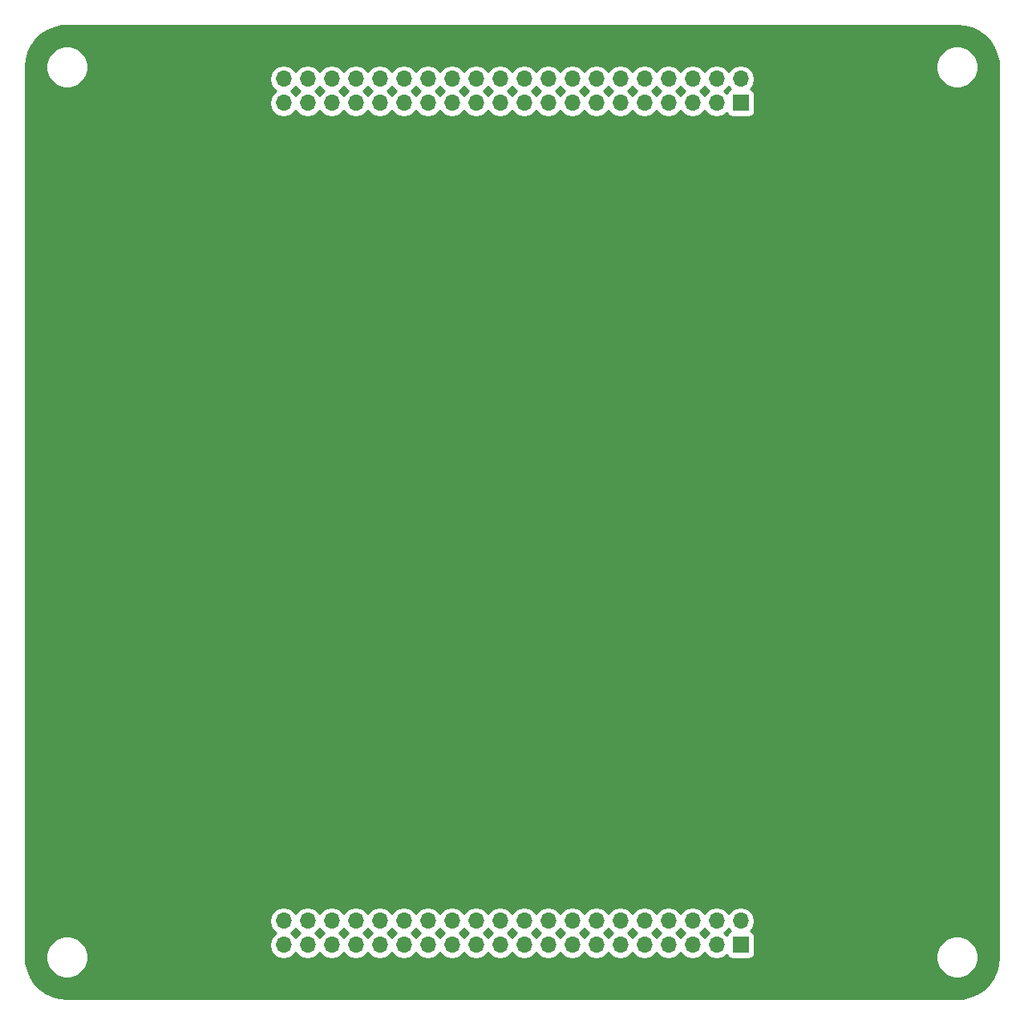
<source format=gbr>
G04 #@! TF.GenerationSoftware,KiCad,Pcbnew,(5.1.5-0-10_14)*
G04 #@! TF.CreationDate,2020-04-15T16:47:41+02:00*
G04 #@! TF.ProjectId,Bottom-Plate,426f7474-6f6d-42d5-906c-6174652e6b69,rev?*
G04 #@! TF.SameCoordinates,Original*
G04 #@! TF.FileFunction,Copper,L1,Top*
G04 #@! TF.FilePolarity,Positive*
%FSLAX46Y46*%
G04 Gerber Fmt 4.6, Leading zero omitted, Abs format (unit mm)*
G04 Created by KiCad (PCBNEW (5.1.5-0-10_14)) date 2020-04-15 16:47:41*
%MOMM*%
%LPD*%
G04 APERTURE LIST*
%ADD10O,1.700000X1.700000*%
%ADD11R,1.700000X1.700000*%
%ADD12C,0.254000*%
G04 APERTURE END LIST*
D10*
X54610000Y-121920000D03*
X54610000Y-124460000D03*
X57150000Y-121920000D03*
X57150000Y-124460000D03*
X59690000Y-121920000D03*
X59690000Y-124460000D03*
X62230000Y-121920000D03*
X62230000Y-124460000D03*
X64770000Y-121920000D03*
X64770000Y-124460000D03*
X67310000Y-121920000D03*
X67310000Y-124460000D03*
X69850000Y-121920000D03*
X69850000Y-124460000D03*
X72390000Y-121920000D03*
X72390000Y-124460000D03*
X74930000Y-121920000D03*
X74930000Y-124460000D03*
X77470000Y-121920000D03*
X77470000Y-124460000D03*
X80010000Y-121920000D03*
X80010000Y-124460000D03*
X82550000Y-121920000D03*
X82550000Y-124460000D03*
X85090000Y-121920000D03*
X85090000Y-124460000D03*
X87630000Y-121920000D03*
X87630000Y-124460000D03*
X90170000Y-121920000D03*
X90170000Y-124460000D03*
X92710000Y-121920000D03*
X92710000Y-124460000D03*
X95250000Y-121920000D03*
X95250000Y-124460000D03*
X97790000Y-121920000D03*
X97790000Y-124460000D03*
X100330000Y-121920000D03*
X100330000Y-124460000D03*
X102870000Y-121920000D03*
D11*
X102870000Y-124460000D03*
D10*
X54610000Y-33020000D03*
X54610000Y-35560000D03*
X57150000Y-33020000D03*
X57150000Y-35560000D03*
X59690000Y-33020000D03*
X59690000Y-35560000D03*
X62230000Y-33020000D03*
X62230000Y-35560000D03*
X64770000Y-33020000D03*
X64770000Y-35560000D03*
X67310000Y-33020000D03*
X67310000Y-35560000D03*
X69850000Y-33020000D03*
X69850000Y-35560000D03*
X72390000Y-33020000D03*
X72390000Y-35560000D03*
X74930000Y-33020000D03*
X74930000Y-35560000D03*
X77470000Y-33020000D03*
X77470000Y-35560000D03*
X80010000Y-33020000D03*
X80010000Y-35560000D03*
X82550000Y-33020000D03*
X82550000Y-35560000D03*
X85090000Y-33020000D03*
X85090000Y-35560000D03*
X87630000Y-33020000D03*
X87630000Y-35560000D03*
X90170000Y-33020000D03*
X90170000Y-35560000D03*
X92710000Y-33020000D03*
X92710000Y-35560000D03*
X95250000Y-33020000D03*
X95250000Y-35560000D03*
X97790000Y-33020000D03*
X97790000Y-35560000D03*
X100330000Y-33020000D03*
X100330000Y-35560000D03*
X102870000Y-33020000D03*
D11*
X102870000Y-35560000D03*
D12*
G36*
X126503358Y-27451842D02*
G01*
X127252277Y-27656723D01*
X127953072Y-27990986D01*
X128583605Y-28444069D01*
X129123934Y-29001645D01*
X129556989Y-29646099D01*
X129869073Y-30357044D01*
X130051640Y-31117493D01*
X130100000Y-31776031D01*
X130100001Y-125698371D01*
X130028158Y-126503359D01*
X129823277Y-127252277D01*
X129489013Y-127953075D01*
X129035931Y-128583605D01*
X128478354Y-129123935D01*
X127833901Y-129556989D01*
X127122956Y-129869073D01*
X126362506Y-130051640D01*
X125703968Y-130100000D01*
X31781618Y-130100000D01*
X30976641Y-130028158D01*
X30227723Y-129823277D01*
X29526925Y-129489013D01*
X28896395Y-129035931D01*
X28356065Y-128478354D01*
X27923011Y-127833901D01*
X27610927Y-127122956D01*
X27428360Y-126362506D01*
X27380000Y-125703968D01*
X27380000Y-125509872D01*
X29515000Y-125509872D01*
X29515000Y-125950128D01*
X29600890Y-126381925D01*
X29769369Y-126788669D01*
X30013962Y-127154729D01*
X30325271Y-127466038D01*
X30691331Y-127710631D01*
X31098075Y-127879110D01*
X31529872Y-127965000D01*
X31970128Y-127965000D01*
X32401925Y-127879110D01*
X32808669Y-127710631D01*
X33174729Y-127466038D01*
X33486038Y-127154729D01*
X33730631Y-126788669D01*
X33899110Y-126381925D01*
X33985000Y-125950128D01*
X33985000Y-125509872D01*
X33899110Y-125078075D01*
X33730631Y-124671331D01*
X33486038Y-124305271D01*
X33174729Y-123993962D01*
X32808669Y-123749369D01*
X32401925Y-123580890D01*
X31970128Y-123495000D01*
X31529872Y-123495000D01*
X31098075Y-123580890D01*
X30691331Y-123749369D01*
X30325271Y-123993962D01*
X30013962Y-124305271D01*
X29769369Y-124671331D01*
X29600890Y-125078075D01*
X29515000Y-125509872D01*
X27380000Y-125509872D01*
X27380000Y-121773740D01*
X53125000Y-121773740D01*
X53125000Y-122066260D01*
X53182068Y-122353158D01*
X53294010Y-122623411D01*
X53456525Y-122866632D01*
X53663368Y-123073475D01*
X53837760Y-123190000D01*
X53663368Y-123306525D01*
X53456525Y-123513368D01*
X53294010Y-123756589D01*
X53182068Y-124026842D01*
X53125000Y-124313740D01*
X53125000Y-124606260D01*
X53182068Y-124893158D01*
X53294010Y-125163411D01*
X53456525Y-125406632D01*
X53663368Y-125613475D01*
X53906589Y-125775990D01*
X54176842Y-125887932D01*
X54463740Y-125945000D01*
X54756260Y-125945000D01*
X55043158Y-125887932D01*
X55313411Y-125775990D01*
X55556632Y-125613475D01*
X55763475Y-125406632D01*
X55880000Y-125232240D01*
X55996525Y-125406632D01*
X56203368Y-125613475D01*
X56446589Y-125775990D01*
X56716842Y-125887932D01*
X57003740Y-125945000D01*
X57296260Y-125945000D01*
X57583158Y-125887932D01*
X57853411Y-125775990D01*
X58096632Y-125613475D01*
X58303475Y-125406632D01*
X58420000Y-125232240D01*
X58536525Y-125406632D01*
X58743368Y-125613475D01*
X58986589Y-125775990D01*
X59256842Y-125887932D01*
X59543740Y-125945000D01*
X59836260Y-125945000D01*
X60123158Y-125887932D01*
X60393411Y-125775990D01*
X60636632Y-125613475D01*
X60843475Y-125406632D01*
X60960000Y-125232240D01*
X61076525Y-125406632D01*
X61283368Y-125613475D01*
X61526589Y-125775990D01*
X61796842Y-125887932D01*
X62083740Y-125945000D01*
X62376260Y-125945000D01*
X62663158Y-125887932D01*
X62933411Y-125775990D01*
X63176632Y-125613475D01*
X63383475Y-125406632D01*
X63500000Y-125232240D01*
X63616525Y-125406632D01*
X63823368Y-125613475D01*
X64066589Y-125775990D01*
X64336842Y-125887932D01*
X64623740Y-125945000D01*
X64916260Y-125945000D01*
X65203158Y-125887932D01*
X65473411Y-125775990D01*
X65716632Y-125613475D01*
X65923475Y-125406632D01*
X66040000Y-125232240D01*
X66156525Y-125406632D01*
X66363368Y-125613475D01*
X66606589Y-125775990D01*
X66876842Y-125887932D01*
X67163740Y-125945000D01*
X67456260Y-125945000D01*
X67743158Y-125887932D01*
X68013411Y-125775990D01*
X68256632Y-125613475D01*
X68463475Y-125406632D01*
X68580000Y-125232240D01*
X68696525Y-125406632D01*
X68903368Y-125613475D01*
X69146589Y-125775990D01*
X69416842Y-125887932D01*
X69703740Y-125945000D01*
X69996260Y-125945000D01*
X70283158Y-125887932D01*
X70553411Y-125775990D01*
X70796632Y-125613475D01*
X71003475Y-125406632D01*
X71120000Y-125232240D01*
X71236525Y-125406632D01*
X71443368Y-125613475D01*
X71686589Y-125775990D01*
X71956842Y-125887932D01*
X72243740Y-125945000D01*
X72536260Y-125945000D01*
X72823158Y-125887932D01*
X73093411Y-125775990D01*
X73336632Y-125613475D01*
X73543475Y-125406632D01*
X73660000Y-125232240D01*
X73776525Y-125406632D01*
X73983368Y-125613475D01*
X74226589Y-125775990D01*
X74496842Y-125887932D01*
X74783740Y-125945000D01*
X75076260Y-125945000D01*
X75363158Y-125887932D01*
X75633411Y-125775990D01*
X75876632Y-125613475D01*
X76083475Y-125406632D01*
X76200000Y-125232240D01*
X76316525Y-125406632D01*
X76523368Y-125613475D01*
X76766589Y-125775990D01*
X77036842Y-125887932D01*
X77323740Y-125945000D01*
X77616260Y-125945000D01*
X77903158Y-125887932D01*
X78173411Y-125775990D01*
X78416632Y-125613475D01*
X78623475Y-125406632D01*
X78740000Y-125232240D01*
X78856525Y-125406632D01*
X79063368Y-125613475D01*
X79306589Y-125775990D01*
X79576842Y-125887932D01*
X79863740Y-125945000D01*
X80156260Y-125945000D01*
X80443158Y-125887932D01*
X80713411Y-125775990D01*
X80956632Y-125613475D01*
X81163475Y-125406632D01*
X81280000Y-125232240D01*
X81396525Y-125406632D01*
X81603368Y-125613475D01*
X81846589Y-125775990D01*
X82116842Y-125887932D01*
X82403740Y-125945000D01*
X82696260Y-125945000D01*
X82983158Y-125887932D01*
X83253411Y-125775990D01*
X83496632Y-125613475D01*
X83703475Y-125406632D01*
X83820000Y-125232240D01*
X83936525Y-125406632D01*
X84143368Y-125613475D01*
X84386589Y-125775990D01*
X84656842Y-125887932D01*
X84943740Y-125945000D01*
X85236260Y-125945000D01*
X85523158Y-125887932D01*
X85793411Y-125775990D01*
X86036632Y-125613475D01*
X86243475Y-125406632D01*
X86360000Y-125232240D01*
X86476525Y-125406632D01*
X86683368Y-125613475D01*
X86926589Y-125775990D01*
X87196842Y-125887932D01*
X87483740Y-125945000D01*
X87776260Y-125945000D01*
X88063158Y-125887932D01*
X88333411Y-125775990D01*
X88576632Y-125613475D01*
X88783475Y-125406632D01*
X88900000Y-125232240D01*
X89016525Y-125406632D01*
X89223368Y-125613475D01*
X89466589Y-125775990D01*
X89736842Y-125887932D01*
X90023740Y-125945000D01*
X90316260Y-125945000D01*
X90603158Y-125887932D01*
X90873411Y-125775990D01*
X91116632Y-125613475D01*
X91323475Y-125406632D01*
X91440000Y-125232240D01*
X91556525Y-125406632D01*
X91763368Y-125613475D01*
X92006589Y-125775990D01*
X92276842Y-125887932D01*
X92563740Y-125945000D01*
X92856260Y-125945000D01*
X93143158Y-125887932D01*
X93413411Y-125775990D01*
X93656632Y-125613475D01*
X93863475Y-125406632D01*
X93980000Y-125232240D01*
X94096525Y-125406632D01*
X94303368Y-125613475D01*
X94546589Y-125775990D01*
X94816842Y-125887932D01*
X95103740Y-125945000D01*
X95396260Y-125945000D01*
X95683158Y-125887932D01*
X95953411Y-125775990D01*
X96196632Y-125613475D01*
X96403475Y-125406632D01*
X96520000Y-125232240D01*
X96636525Y-125406632D01*
X96843368Y-125613475D01*
X97086589Y-125775990D01*
X97356842Y-125887932D01*
X97643740Y-125945000D01*
X97936260Y-125945000D01*
X98223158Y-125887932D01*
X98493411Y-125775990D01*
X98736632Y-125613475D01*
X98943475Y-125406632D01*
X99060000Y-125232240D01*
X99176525Y-125406632D01*
X99383368Y-125613475D01*
X99626589Y-125775990D01*
X99896842Y-125887932D01*
X100183740Y-125945000D01*
X100476260Y-125945000D01*
X100763158Y-125887932D01*
X101033411Y-125775990D01*
X101276632Y-125613475D01*
X101408487Y-125481620D01*
X101430498Y-125554180D01*
X101489463Y-125664494D01*
X101568815Y-125761185D01*
X101665506Y-125840537D01*
X101775820Y-125899502D01*
X101895518Y-125935812D01*
X102020000Y-125948072D01*
X103720000Y-125948072D01*
X103844482Y-125935812D01*
X103964180Y-125899502D01*
X104074494Y-125840537D01*
X104171185Y-125761185D01*
X104250537Y-125664494D01*
X104309502Y-125554180D01*
X104322942Y-125509872D01*
X123495000Y-125509872D01*
X123495000Y-125950128D01*
X123580890Y-126381925D01*
X123749369Y-126788669D01*
X123993962Y-127154729D01*
X124305271Y-127466038D01*
X124671331Y-127710631D01*
X125078075Y-127879110D01*
X125509872Y-127965000D01*
X125950128Y-127965000D01*
X126381925Y-127879110D01*
X126788669Y-127710631D01*
X127154729Y-127466038D01*
X127466038Y-127154729D01*
X127710631Y-126788669D01*
X127879110Y-126381925D01*
X127965000Y-125950128D01*
X127965000Y-125509872D01*
X127879110Y-125078075D01*
X127710631Y-124671331D01*
X127466038Y-124305271D01*
X127154729Y-123993962D01*
X126788669Y-123749369D01*
X126381925Y-123580890D01*
X125950128Y-123495000D01*
X125509872Y-123495000D01*
X125078075Y-123580890D01*
X124671331Y-123749369D01*
X124305271Y-123993962D01*
X123993962Y-124305271D01*
X123749369Y-124671331D01*
X123580890Y-125078075D01*
X123495000Y-125509872D01*
X104322942Y-125509872D01*
X104345812Y-125434482D01*
X104358072Y-125310000D01*
X104358072Y-123610000D01*
X104345812Y-123485518D01*
X104309502Y-123365820D01*
X104250537Y-123255506D01*
X104171185Y-123158815D01*
X104074494Y-123079463D01*
X103964180Y-123020498D01*
X103891620Y-122998487D01*
X104023475Y-122866632D01*
X104185990Y-122623411D01*
X104297932Y-122353158D01*
X104355000Y-122066260D01*
X104355000Y-121773740D01*
X104297932Y-121486842D01*
X104185990Y-121216589D01*
X104023475Y-120973368D01*
X103816632Y-120766525D01*
X103573411Y-120604010D01*
X103303158Y-120492068D01*
X103016260Y-120435000D01*
X102723740Y-120435000D01*
X102436842Y-120492068D01*
X102166589Y-120604010D01*
X101923368Y-120766525D01*
X101716525Y-120973368D01*
X101600000Y-121147760D01*
X101483475Y-120973368D01*
X101276632Y-120766525D01*
X101033411Y-120604010D01*
X100763158Y-120492068D01*
X100476260Y-120435000D01*
X100183740Y-120435000D01*
X99896842Y-120492068D01*
X99626589Y-120604010D01*
X99383368Y-120766525D01*
X99176525Y-120973368D01*
X99060000Y-121147760D01*
X98943475Y-120973368D01*
X98736632Y-120766525D01*
X98493411Y-120604010D01*
X98223158Y-120492068D01*
X97936260Y-120435000D01*
X97643740Y-120435000D01*
X97356842Y-120492068D01*
X97086589Y-120604010D01*
X96843368Y-120766525D01*
X96636525Y-120973368D01*
X96520000Y-121147760D01*
X96403475Y-120973368D01*
X96196632Y-120766525D01*
X95953411Y-120604010D01*
X95683158Y-120492068D01*
X95396260Y-120435000D01*
X95103740Y-120435000D01*
X94816842Y-120492068D01*
X94546589Y-120604010D01*
X94303368Y-120766525D01*
X94096525Y-120973368D01*
X93980000Y-121147760D01*
X93863475Y-120973368D01*
X93656632Y-120766525D01*
X93413411Y-120604010D01*
X93143158Y-120492068D01*
X92856260Y-120435000D01*
X92563740Y-120435000D01*
X92276842Y-120492068D01*
X92006589Y-120604010D01*
X91763368Y-120766525D01*
X91556525Y-120973368D01*
X91440000Y-121147760D01*
X91323475Y-120973368D01*
X91116632Y-120766525D01*
X90873411Y-120604010D01*
X90603158Y-120492068D01*
X90316260Y-120435000D01*
X90023740Y-120435000D01*
X89736842Y-120492068D01*
X89466589Y-120604010D01*
X89223368Y-120766525D01*
X89016525Y-120973368D01*
X88900000Y-121147760D01*
X88783475Y-120973368D01*
X88576632Y-120766525D01*
X88333411Y-120604010D01*
X88063158Y-120492068D01*
X87776260Y-120435000D01*
X87483740Y-120435000D01*
X87196842Y-120492068D01*
X86926589Y-120604010D01*
X86683368Y-120766525D01*
X86476525Y-120973368D01*
X86360000Y-121147760D01*
X86243475Y-120973368D01*
X86036632Y-120766525D01*
X85793411Y-120604010D01*
X85523158Y-120492068D01*
X85236260Y-120435000D01*
X84943740Y-120435000D01*
X84656842Y-120492068D01*
X84386589Y-120604010D01*
X84143368Y-120766525D01*
X83936525Y-120973368D01*
X83820000Y-121147760D01*
X83703475Y-120973368D01*
X83496632Y-120766525D01*
X83253411Y-120604010D01*
X82983158Y-120492068D01*
X82696260Y-120435000D01*
X82403740Y-120435000D01*
X82116842Y-120492068D01*
X81846589Y-120604010D01*
X81603368Y-120766525D01*
X81396525Y-120973368D01*
X81280000Y-121147760D01*
X81163475Y-120973368D01*
X80956632Y-120766525D01*
X80713411Y-120604010D01*
X80443158Y-120492068D01*
X80156260Y-120435000D01*
X79863740Y-120435000D01*
X79576842Y-120492068D01*
X79306589Y-120604010D01*
X79063368Y-120766525D01*
X78856525Y-120973368D01*
X78740000Y-121147760D01*
X78623475Y-120973368D01*
X78416632Y-120766525D01*
X78173411Y-120604010D01*
X77903158Y-120492068D01*
X77616260Y-120435000D01*
X77323740Y-120435000D01*
X77036842Y-120492068D01*
X76766589Y-120604010D01*
X76523368Y-120766525D01*
X76316525Y-120973368D01*
X76200000Y-121147760D01*
X76083475Y-120973368D01*
X75876632Y-120766525D01*
X75633411Y-120604010D01*
X75363158Y-120492068D01*
X75076260Y-120435000D01*
X74783740Y-120435000D01*
X74496842Y-120492068D01*
X74226589Y-120604010D01*
X73983368Y-120766525D01*
X73776525Y-120973368D01*
X73660000Y-121147760D01*
X73543475Y-120973368D01*
X73336632Y-120766525D01*
X73093411Y-120604010D01*
X72823158Y-120492068D01*
X72536260Y-120435000D01*
X72243740Y-120435000D01*
X71956842Y-120492068D01*
X71686589Y-120604010D01*
X71443368Y-120766525D01*
X71236525Y-120973368D01*
X71120000Y-121147760D01*
X71003475Y-120973368D01*
X70796632Y-120766525D01*
X70553411Y-120604010D01*
X70283158Y-120492068D01*
X69996260Y-120435000D01*
X69703740Y-120435000D01*
X69416842Y-120492068D01*
X69146589Y-120604010D01*
X68903368Y-120766525D01*
X68696525Y-120973368D01*
X68580000Y-121147760D01*
X68463475Y-120973368D01*
X68256632Y-120766525D01*
X68013411Y-120604010D01*
X67743158Y-120492068D01*
X67456260Y-120435000D01*
X67163740Y-120435000D01*
X66876842Y-120492068D01*
X66606589Y-120604010D01*
X66363368Y-120766525D01*
X66156525Y-120973368D01*
X66040000Y-121147760D01*
X65923475Y-120973368D01*
X65716632Y-120766525D01*
X65473411Y-120604010D01*
X65203158Y-120492068D01*
X64916260Y-120435000D01*
X64623740Y-120435000D01*
X64336842Y-120492068D01*
X64066589Y-120604010D01*
X63823368Y-120766525D01*
X63616525Y-120973368D01*
X63500000Y-121147760D01*
X63383475Y-120973368D01*
X63176632Y-120766525D01*
X62933411Y-120604010D01*
X62663158Y-120492068D01*
X62376260Y-120435000D01*
X62083740Y-120435000D01*
X61796842Y-120492068D01*
X61526589Y-120604010D01*
X61283368Y-120766525D01*
X61076525Y-120973368D01*
X60960000Y-121147760D01*
X60843475Y-120973368D01*
X60636632Y-120766525D01*
X60393411Y-120604010D01*
X60123158Y-120492068D01*
X59836260Y-120435000D01*
X59543740Y-120435000D01*
X59256842Y-120492068D01*
X58986589Y-120604010D01*
X58743368Y-120766525D01*
X58536525Y-120973368D01*
X58420000Y-121147760D01*
X58303475Y-120973368D01*
X58096632Y-120766525D01*
X57853411Y-120604010D01*
X57583158Y-120492068D01*
X57296260Y-120435000D01*
X57003740Y-120435000D01*
X56716842Y-120492068D01*
X56446589Y-120604010D01*
X56203368Y-120766525D01*
X55996525Y-120973368D01*
X55880000Y-121147760D01*
X55763475Y-120973368D01*
X55556632Y-120766525D01*
X55313411Y-120604010D01*
X55043158Y-120492068D01*
X54756260Y-120435000D01*
X54463740Y-120435000D01*
X54176842Y-120492068D01*
X53906589Y-120604010D01*
X53663368Y-120766525D01*
X53456525Y-120973368D01*
X53294010Y-121216589D01*
X53182068Y-121486842D01*
X53125000Y-121773740D01*
X27380000Y-121773740D01*
X27380000Y-31781618D01*
X27402467Y-31529872D01*
X29515000Y-31529872D01*
X29515000Y-31970128D01*
X29600890Y-32401925D01*
X29769369Y-32808669D01*
X30013962Y-33174729D01*
X30325271Y-33486038D01*
X30691331Y-33730631D01*
X31098075Y-33899110D01*
X31529872Y-33985000D01*
X31970128Y-33985000D01*
X32401925Y-33899110D01*
X32808669Y-33730631D01*
X33174729Y-33486038D01*
X33486038Y-33174729D01*
X33687152Y-32873740D01*
X53125000Y-32873740D01*
X53125000Y-33166260D01*
X53182068Y-33453158D01*
X53294010Y-33723411D01*
X53456525Y-33966632D01*
X53663368Y-34173475D01*
X53837760Y-34290000D01*
X53663368Y-34406525D01*
X53456525Y-34613368D01*
X53294010Y-34856589D01*
X53182068Y-35126842D01*
X53125000Y-35413740D01*
X53125000Y-35706260D01*
X53182068Y-35993158D01*
X53294010Y-36263411D01*
X53456525Y-36506632D01*
X53663368Y-36713475D01*
X53906589Y-36875990D01*
X54176842Y-36987932D01*
X54463740Y-37045000D01*
X54756260Y-37045000D01*
X55043158Y-36987932D01*
X55313411Y-36875990D01*
X55556632Y-36713475D01*
X55763475Y-36506632D01*
X55880000Y-36332240D01*
X55996525Y-36506632D01*
X56203368Y-36713475D01*
X56446589Y-36875990D01*
X56716842Y-36987932D01*
X57003740Y-37045000D01*
X57296260Y-37045000D01*
X57583158Y-36987932D01*
X57853411Y-36875990D01*
X58096632Y-36713475D01*
X58303475Y-36506632D01*
X58420000Y-36332240D01*
X58536525Y-36506632D01*
X58743368Y-36713475D01*
X58986589Y-36875990D01*
X59256842Y-36987932D01*
X59543740Y-37045000D01*
X59836260Y-37045000D01*
X60123158Y-36987932D01*
X60393411Y-36875990D01*
X60636632Y-36713475D01*
X60843475Y-36506632D01*
X60960000Y-36332240D01*
X61076525Y-36506632D01*
X61283368Y-36713475D01*
X61526589Y-36875990D01*
X61796842Y-36987932D01*
X62083740Y-37045000D01*
X62376260Y-37045000D01*
X62663158Y-36987932D01*
X62933411Y-36875990D01*
X63176632Y-36713475D01*
X63383475Y-36506632D01*
X63500000Y-36332240D01*
X63616525Y-36506632D01*
X63823368Y-36713475D01*
X64066589Y-36875990D01*
X64336842Y-36987932D01*
X64623740Y-37045000D01*
X64916260Y-37045000D01*
X65203158Y-36987932D01*
X65473411Y-36875990D01*
X65716632Y-36713475D01*
X65923475Y-36506632D01*
X66040000Y-36332240D01*
X66156525Y-36506632D01*
X66363368Y-36713475D01*
X66606589Y-36875990D01*
X66876842Y-36987932D01*
X67163740Y-37045000D01*
X67456260Y-37045000D01*
X67743158Y-36987932D01*
X68013411Y-36875990D01*
X68256632Y-36713475D01*
X68463475Y-36506632D01*
X68580000Y-36332240D01*
X68696525Y-36506632D01*
X68903368Y-36713475D01*
X69146589Y-36875990D01*
X69416842Y-36987932D01*
X69703740Y-37045000D01*
X69996260Y-37045000D01*
X70283158Y-36987932D01*
X70553411Y-36875990D01*
X70796632Y-36713475D01*
X71003475Y-36506632D01*
X71120000Y-36332240D01*
X71236525Y-36506632D01*
X71443368Y-36713475D01*
X71686589Y-36875990D01*
X71956842Y-36987932D01*
X72243740Y-37045000D01*
X72536260Y-37045000D01*
X72823158Y-36987932D01*
X73093411Y-36875990D01*
X73336632Y-36713475D01*
X73543475Y-36506632D01*
X73660000Y-36332240D01*
X73776525Y-36506632D01*
X73983368Y-36713475D01*
X74226589Y-36875990D01*
X74496842Y-36987932D01*
X74783740Y-37045000D01*
X75076260Y-37045000D01*
X75363158Y-36987932D01*
X75633411Y-36875990D01*
X75876632Y-36713475D01*
X76083475Y-36506632D01*
X76200000Y-36332240D01*
X76316525Y-36506632D01*
X76523368Y-36713475D01*
X76766589Y-36875990D01*
X77036842Y-36987932D01*
X77323740Y-37045000D01*
X77616260Y-37045000D01*
X77903158Y-36987932D01*
X78173411Y-36875990D01*
X78416632Y-36713475D01*
X78623475Y-36506632D01*
X78740000Y-36332240D01*
X78856525Y-36506632D01*
X79063368Y-36713475D01*
X79306589Y-36875990D01*
X79576842Y-36987932D01*
X79863740Y-37045000D01*
X80156260Y-37045000D01*
X80443158Y-36987932D01*
X80713411Y-36875990D01*
X80956632Y-36713475D01*
X81163475Y-36506632D01*
X81280000Y-36332240D01*
X81396525Y-36506632D01*
X81603368Y-36713475D01*
X81846589Y-36875990D01*
X82116842Y-36987932D01*
X82403740Y-37045000D01*
X82696260Y-37045000D01*
X82983158Y-36987932D01*
X83253411Y-36875990D01*
X83496632Y-36713475D01*
X83703475Y-36506632D01*
X83820000Y-36332240D01*
X83936525Y-36506632D01*
X84143368Y-36713475D01*
X84386589Y-36875990D01*
X84656842Y-36987932D01*
X84943740Y-37045000D01*
X85236260Y-37045000D01*
X85523158Y-36987932D01*
X85793411Y-36875990D01*
X86036632Y-36713475D01*
X86243475Y-36506632D01*
X86360000Y-36332240D01*
X86476525Y-36506632D01*
X86683368Y-36713475D01*
X86926589Y-36875990D01*
X87196842Y-36987932D01*
X87483740Y-37045000D01*
X87776260Y-37045000D01*
X88063158Y-36987932D01*
X88333411Y-36875990D01*
X88576632Y-36713475D01*
X88783475Y-36506632D01*
X88900000Y-36332240D01*
X89016525Y-36506632D01*
X89223368Y-36713475D01*
X89466589Y-36875990D01*
X89736842Y-36987932D01*
X90023740Y-37045000D01*
X90316260Y-37045000D01*
X90603158Y-36987932D01*
X90873411Y-36875990D01*
X91116632Y-36713475D01*
X91323475Y-36506632D01*
X91440000Y-36332240D01*
X91556525Y-36506632D01*
X91763368Y-36713475D01*
X92006589Y-36875990D01*
X92276842Y-36987932D01*
X92563740Y-37045000D01*
X92856260Y-37045000D01*
X93143158Y-36987932D01*
X93413411Y-36875990D01*
X93656632Y-36713475D01*
X93863475Y-36506632D01*
X93980000Y-36332240D01*
X94096525Y-36506632D01*
X94303368Y-36713475D01*
X94546589Y-36875990D01*
X94816842Y-36987932D01*
X95103740Y-37045000D01*
X95396260Y-37045000D01*
X95683158Y-36987932D01*
X95953411Y-36875990D01*
X96196632Y-36713475D01*
X96403475Y-36506632D01*
X96520000Y-36332240D01*
X96636525Y-36506632D01*
X96843368Y-36713475D01*
X97086589Y-36875990D01*
X97356842Y-36987932D01*
X97643740Y-37045000D01*
X97936260Y-37045000D01*
X98223158Y-36987932D01*
X98493411Y-36875990D01*
X98736632Y-36713475D01*
X98943475Y-36506632D01*
X99060000Y-36332240D01*
X99176525Y-36506632D01*
X99383368Y-36713475D01*
X99626589Y-36875990D01*
X99896842Y-36987932D01*
X100183740Y-37045000D01*
X100476260Y-37045000D01*
X100763158Y-36987932D01*
X101033411Y-36875990D01*
X101276632Y-36713475D01*
X101408487Y-36581620D01*
X101430498Y-36654180D01*
X101489463Y-36764494D01*
X101568815Y-36861185D01*
X101665506Y-36940537D01*
X101775820Y-36999502D01*
X101895518Y-37035812D01*
X102020000Y-37048072D01*
X103720000Y-37048072D01*
X103844482Y-37035812D01*
X103964180Y-36999502D01*
X104074494Y-36940537D01*
X104171185Y-36861185D01*
X104250537Y-36764494D01*
X104309502Y-36654180D01*
X104345812Y-36534482D01*
X104358072Y-36410000D01*
X104358072Y-34710000D01*
X104345812Y-34585518D01*
X104309502Y-34465820D01*
X104250537Y-34355506D01*
X104171185Y-34258815D01*
X104074494Y-34179463D01*
X103964180Y-34120498D01*
X103891620Y-34098487D01*
X104023475Y-33966632D01*
X104185990Y-33723411D01*
X104297932Y-33453158D01*
X104355000Y-33166260D01*
X104355000Y-32873740D01*
X104297932Y-32586842D01*
X104185990Y-32316589D01*
X104023475Y-32073368D01*
X103816632Y-31866525D01*
X103573411Y-31704010D01*
X103303158Y-31592068D01*
X103016260Y-31535000D01*
X102723740Y-31535000D01*
X102436842Y-31592068D01*
X102166589Y-31704010D01*
X101923368Y-31866525D01*
X101716525Y-32073368D01*
X101600000Y-32247760D01*
X101483475Y-32073368D01*
X101276632Y-31866525D01*
X101033411Y-31704010D01*
X100763158Y-31592068D01*
X100476260Y-31535000D01*
X100183740Y-31535000D01*
X99896842Y-31592068D01*
X99626589Y-31704010D01*
X99383368Y-31866525D01*
X99176525Y-32073368D01*
X99060000Y-32247760D01*
X98943475Y-32073368D01*
X98736632Y-31866525D01*
X98493411Y-31704010D01*
X98223158Y-31592068D01*
X97936260Y-31535000D01*
X97643740Y-31535000D01*
X97356842Y-31592068D01*
X97086589Y-31704010D01*
X96843368Y-31866525D01*
X96636525Y-32073368D01*
X96520000Y-32247760D01*
X96403475Y-32073368D01*
X96196632Y-31866525D01*
X95953411Y-31704010D01*
X95683158Y-31592068D01*
X95396260Y-31535000D01*
X95103740Y-31535000D01*
X94816842Y-31592068D01*
X94546589Y-31704010D01*
X94303368Y-31866525D01*
X94096525Y-32073368D01*
X93980000Y-32247760D01*
X93863475Y-32073368D01*
X93656632Y-31866525D01*
X93413411Y-31704010D01*
X93143158Y-31592068D01*
X92856260Y-31535000D01*
X92563740Y-31535000D01*
X92276842Y-31592068D01*
X92006589Y-31704010D01*
X91763368Y-31866525D01*
X91556525Y-32073368D01*
X91440000Y-32247760D01*
X91323475Y-32073368D01*
X91116632Y-31866525D01*
X90873411Y-31704010D01*
X90603158Y-31592068D01*
X90316260Y-31535000D01*
X90023740Y-31535000D01*
X89736842Y-31592068D01*
X89466589Y-31704010D01*
X89223368Y-31866525D01*
X89016525Y-32073368D01*
X88900000Y-32247760D01*
X88783475Y-32073368D01*
X88576632Y-31866525D01*
X88333411Y-31704010D01*
X88063158Y-31592068D01*
X87776260Y-31535000D01*
X87483740Y-31535000D01*
X87196842Y-31592068D01*
X86926589Y-31704010D01*
X86683368Y-31866525D01*
X86476525Y-32073368D01*
X86360000Y-32247760D01*
X86243475Y-32073368D01*
X86036632Y-31866525D01*
X85793411Y-31704010D01*
X85523158Y-31592068D01*
X85236260Y-31535000D01*
X84943740Y-31535000D01*
X84656842Y-31592068D01*
X84386589Y-31704010D01*
X84143368Y-31866525D01*
X83936525Y-32073368D01*
X83820000Y-32247760D01*
X83703475Y-32073368D01*
X83496632Y-31866525D01*
X83253411Y-31704010D01*
X82983158Y-31592068D01*
X82696260Y-31535000D01*
X82403740Y-31535000D01*
X82116842Y-31592068D01*
X81846589Y-31704010D01*
X81603368Y-31866525D01*
X81396525Y-32073368D01*
X81280000Y-32247760D01*
X81163475Y-32073368D01*
X80956632Y-31866525D01*
X80713411Y-31704010D01*
X80443158Y-31592068D01*
X80156260Y-31535000D01*
X79863740Y-31535000D01*
X79576842Y-31592068D01*
X79306589Y-31704010D01*
X79063368Y-31866525D01*
X78856525Y-32073368D01*
X78740000Y-32247760D01*
X78623475Y-32073368D01*
X78416632Y-31866525D01*
X78173411Y-31704010D01*
X77903158Y-31592068D01*
X77616260Y-31535000D01*
X77323740Y-31535000D01*
X77036842Y-31592068D01*
X76766589Y-31704010D01*
X76523368Y-31866525D01*
X76316525Y-32073368D01*
X76200000Y-32247760D01*
X76083475Y-32073368D01*
X75876632Y-31866525D01*
X75633411Y-31704010D01*
X75363158Y-31592068D01*
X75076260Y-31535000D01*
X74783740Y-31535000D01*
X74496842Y-31592068D01*
X74226589Y-31704010D01*
X73983368Y-31866525D01*
X73776525Y-32073368D01*
X73660000Y-32247760D01*
X73543475Y-32073368D01*
X73336632Y-31866525D01*
X73093411Y-31704010D01*
X72823158Y-31592068D01*
X72536260Y-31535000D01*
X72243740Y-31535000D01*
X71956842Y-31592068D01*
X71686589Y-31704010D01*
X71443368Y-31866525D01*
X71236525Y-32073368D01*
X71120000Y-32247760D01*
X71003475Y-32073368D01*
X70796632Y-31866525D01*
X70553411Y-31704010D01*
X70283158Y-31592068D01*
X69996260Y-31535000D01*
X69703740Y-31535000D01*
X69416842Y-31592068D01*
X69146589Y-31704010D01*
X68903368Y-31866525D01*
X68696525Y-32073368D01*
X68580000Y-32247760D01*
X68463475Y-32073368D01*
X68256632Y-31866525D01*
X68013411Y-31704010D01*
X67743158Y-31592068D01*
X67456260Y-31535000D01*
X67163740Y-31535000D01*
X66876842Y-31592068D01*
X66606589Y-31704010D01*
X66363368Y-31866525D01*
X66156525Y-32073368D01*
X66040000Y-32247760D01*
X65923475Y-32073368D01*
X65716632Y-31866525D01*
X65473411Y-31704010D01*
X65203158Y-31592068D01*
X64916260Y-31535000D01*
X64623740Y-31535000D01*
X64336842Y-31592068D01*
X64066589Y-31704010D01*
X63823368Y-31866525D01*
X63616525Y-32073368D01*
X63500000Y-32247760D01*
X63383475Y-32073368D01*
X63176632Y-31866525D01*
X62933411Y-31704010D01*
X62663158Y-31592068D01*
X62376260Y-31535000D01*
X62083740Y-31535000D01*
X61796842Y-31592068D01*
X61526589Y-31704010D01*
X61283368Y-31866525D01*
X61076525Y-32073368D01*
X60960000Y-32247760D01*
X60843475Y-32073368D01*
X60636632Y-31866525D01*
X60393411Y-31704010D01*
X60123158Y-31592068D01*
X59836260Y-31535000D01*
X59543740Y-31535000D01*
X59256842Y-31592068D01*
X58986589Y-31704010D01*
X58743368Y-31866525D01*
X58536525Y-32073368D01*
X58420000Y-32247760D01*
X58303475Y-32073368D01*
X58096632Y-31866525D01*
X57853411Y-31704010D01*
X57583158Y-31592068D01*
X57296260Y-31535000D01*
X57003740Y-31535000D01*
X56716842Y-31592068D01*
X56446589Y-31704010D01*
X56203368Y-31866525D01*
X55996525Y-32073368D01*
X55880000Y-32247760D01*
X55763475Y-32073368D01*
X55556632Y-31866525D01*
X55313411Y-31704010D01*
X55043158Y-31592068D01*
X54756260Y-31535000D01*
X54463740Y-31535000D01*
X54176842Y-31592068D01*
X53906589Y-31704010D01*
X53663368Y-31866525D01*
X53456525Y-32073368D01*
X53294010Y-32316589D01*
X53182068Y-32586842D01*
X53125000Y-32873740D01*
X33687152Y-32873740D01*
X33730631Y-32808669D01*
X33899110Y-32401925D01*
X33985000Y-31970128D01*
X33985000Y-31529872D01*
X123495000Y-31529872D01*
X123495000Y-31970128D01*
X123580890Y-32401925D01*
X123749369Y-32808669D01*
X123993962Y-33174729D01*
X124305271Y-33486038D01*
X124671331Y-33730631D01*
X125078075Y-33899110D01*
X125509872Y-33985000D01*
X125950128Y-33985000D01*
X126381925Y-33899110D01*
X126788669Y-33730631D01*
X127154729Y-33486038D01*
X127466038Y-33174729D01*
X127710631Y-32808669D01*
X127879110Y-32401925D01*
X127965000Y-31970128D01*
X127965000Y-31529872D01*
X127879110Y-31098075D01*
X127710631Y-30691331D01*
X127466038Y-30325271D01*
X127154729Y-30013962D01*
X126788669Y-29769369D01*
X126381925Y-29600890D01*
X125950128Y-29515000D01*
X125509872Y-29515000D01*
X125078075Y-29600890D01*
X124671331Y-29769369D01*
X124305271Y-30013962D01*
X123993962Y-30325271D01*
X123749369Y-30691331D01*
X123580890Y-31098075D01*
X123495000Y-31529872D01*
X33985000Y-31529872D01*
X33899110Y-31098075D01*
X33730631Y-30691331D01*
X33486038Y-30325271D01*
X33174729Y-30013962D01*
X32808669Y-29769369D01*
X32401925Y-29600890D01*
X31970128Y-29515000D01*
X31529872Y-29515000D01*
X31098075Y-29600890D01*
X30691331Y-29769369D01*
X30325271Y-30013962D01*
X30013962Y-30325271D01*
X29769369Y-30691331D01*
X29600890Y-31098075D01*
X29515000Y-31529872D01*
X27402467Y-31529872D01*
X27451842Y-30976642D01*
X27656723Y-30227723D01*
X27990986Y-29526928D01*
X28444069Y-28896395D01*
X29001645Y-28356066D01*
X29646099Y-27923011D01*
X30357044Y-27610927D01*
X31117493Y-27428360D01*
X31776031Y-27380000D01*
X125698382Y-27380000D01*
X126503358Y-27451842D01*
G37*
X126503358Y-27451842D02*
X127252277Y-27656723D01*
X127953072Y-27990986D01*
X128583605Y-28444069D01*
X129123934Y-29001645D01*
X129556989Y-29646099D01*
X129869073Y-30357044D01*
X130051640Y-31117493D01*
X130100000Y-31776031D01*
X130100001Y-125698371D01*
X130028158Y-126503359D01*
X129823277Y-127252277D01*
X129489013Y-127953075D01*
X129035931Y-128583605D01*
X128478354Y-129123935D01*
X127833901Y-129556989D01*
X127122956Y-129869073D01*
X126362506Y-130051640D01*
X125703968Y-130100000D01*
X31781618Y-130100000D01*
X30976641Y-130028158D01*
X30227723Y-129823277D01*
X29526925Y-129489013D01*
X28896395Y-129035931D01*
X28356065Y-128478354D01*
X27923011Y-127833901D01*
X27610927Y-127122956D01*
X27428360Y-126362506D01*
X27380000Y-125703968D01*
X27380000Y-125509872D01*
X29515000Y-125509872D01*
X29515000Y-125950128D01*
X29600890Y-126381925D01*
X29769369Y-126788669D01*
X30013962Y-127154729D01*
X30325271Y-127466038D01*
X30691331Y-127710631D01*
X31098075Y-127879110D01*
X31529872Y-127965000D01*
X31970128Y-127965000D01*
X32401925Y-127879110D01*
X32808669Y-127710631D01*
X33174729Y-127466038D01*
X33486038Y-127154729D01*
X33730631Y-126788669D01*
X33899110Y-126381925D01*
X33985000Y-125950128D01*
X33985000Y-125509872D01*
X33899110Y-125078075D01*
X33730631Y-124671331D01*
X33486038Y-124305271D01*
X33174729Y-123993962D01*
X32808669Y-123749369D01*
X32401925Y-123580890D01*
X31970128Y-123495000D01*
X31529872Y-123495000D01*
X31098075Y-123580890D01*
X30691331Y-123749369D01*
X30325271Y-123993962D01*
X30013962Y-124305271D01*
X29769369Y-124671331D01*
X29600890Y-125078075D01*
X29515000Y-125509872D01*
X27380000Y-125509872D01*
X27380000Y-121773740D01*
X53125000Y-121773740D01*
X53125000Y-122066260D01*
X53182068Y-122353158D01*
X53294010Y-122623411D01*
X53456525Y-122866632D01*
X53663368Y-123073475D01*
X53837760Y-123190000D01*
X53663368Y-123306525D01*
X53456525Y-123513368D01*
X53294010Y-123756589D01*
X53182068Y-124026842D01*
X53125000Y-124313740D01*
X53125000Y-124606260D01*
X53182068Y-124893158D01*
X53294010Y-125163411D01*
X53456525Y-125406632D01*
X53663368Y-125613475D01*
X53906589Y-125775990D01*
X54176842Y-125887932D01*
X54463740Y-125945000D01*
X54756260Y-125945000D01*
X55043158Y-125887932D01*
X55313411Y-125775990D01*
X55556632Y-125613475D01*
X55763475Y-125406632D01*
X55880000Y-125232240D01*
X55996525Y-125406632D01*
X56203368Y-125613475D01*
X56446589Y-125775990D01*
X56716842Y-125887932D01*
X57003740Y-125945000D01*
X57296260Y-125945000D01*
X57583158Y-125887932D01*
X57853411Y-125775990D01*
X58096632Y-125613475D01*
X58303475Y-125406632D01*
X58420000Y-125232240D01*
X58536525Y-125406632D01*
X58743368Y-125613475D01*
X58986589Y-125775990D01*
X59256842Y-125887932D01*
X59543740Y-125945000D01*
X59836260Y-125945000D01*
X60123158Y-125887932D01*
X60393411Y-125775990D01*
X60636632Y-125613475D01*
X60843475Y-125406632D01*
X60960000Y-125232240D01*
X61076525Y-125406632D01*
X61283368Y-125613475D01*
X61526589Y-125775990D01*
X61796842Y-125887932D01*
X62083740Y-125945000D01*
X62376260Y-125945000D01*
X62663158Y-125887932D01*
X62933411Y-125775990D01*
X63176632Y-125613475D01*
X63383475Y-125406632D01*
X63500000Y-125232240D01*
X63616525Y-125406632D01*
X63823368Y-125613475D01*
X64066589Y-125775990D01*
X64336842Y-125887932D01*
X64623740Y-125945000D01*
X64916260Y-125945000D01*
X65203158Y-125887932D01*
X65473411Y-125775990D01*
X65716632Y-125613475D01*
X65923475Y-125406632D01*
X66040000Y-125232240D01*
X66156525Y-125406632D01*
X66363368Y-125613475D01*
X66606589Y-125775990D01*
X66876842Y-125887932D01*
X67163740Y-125945000D01*
X67456260Y-125945000D01*
X67743158Y-125887932D01*
X68013411Y-125775990D01*
X68256632Y-125613475D01*
X68463475Y-125406632D01*
X68580000Y-125232240D01*
X68696525Y-125406632D01*
X68903368Y-125613475D01*
X69146589Y-125775990D01*
X69416842Y-125887932D01*
X69703740Y-125945000D01*
X69996260Y-125945000D01*
X70283158Y-125887932D01*
X70553411Y-125775990D01*
X70796632Y-125613475D01*
X71003475Y-125406632D01*
X71120000Y-125232240D01*
X71236525Y-125406632D01*
X71443368Y-125613475D01*
X71686589Y-125775990D01*
X71956842Y-125887932D01*
X72243740Y-125945000D01*
X72536260Y-125945000D01*
X72823158Y-125887932D01*
X73093411Y-125775990D01*
X73336632Y-125613475D01*
X73543475Y-125406632D01*
X73660000Y-125232240D01*
X73776525Y-125406632D01*
X73983368Y-125613475D01*
X74226589Y-125775990D01*
X74496842Y-125887932D01*
X74783740Y-125945000D01*
X75076260Y-125945000D01*
X75363158Y-125887932D01*
X75633411Y-125775990D01*
X75876632Y-125613475D01*
X76083475Y-125406632D01*
X76200000Y-125232240D01*
X76316525Y-125406632D01*
X76523368Y-125613475D01*
X76766589Y-125775990D01*
X77036842Y-125887932D01*
X77323740Y-125945000D01*
X77616260Y-125945000D01*
X77903158Y-125887932D01*
X78173411Y-125775990D01*
X78416632Y-125613475D01*
X78623475Y-125406632D01*
X78740000Y-125232240D01*
X78856525Y-125406632D01*
X79063368Y-125613475D01*
X79306589Y-125775990D01*
X79576842Y-125887932D01*
X79863740Y-125945000D01*
X80156260Y-125945000D01*
X80443158Y-125887932D01*
X80713411Y-125775990D01*
X80956632Y-125613475D01*
X81163475Y-125406632D01*
X81280000Y-125232240D01*
X81396525Y-125406632D01*
X81603368Y-125613475D01*
X81846589Y-125775990D01*
X82116842Y-125887932D01*
X82403740Y-125945000D01*
X82696260Y-125945000D01*
X82983158Y-125887932D01*
X83253411Y-125775990D01*
X83496632Y-125613475D01*
X83703475Y-125406632D01*
X83820000Y-125232240D01*
X83936525Y-125406632D01*
X84143368Y-125613475D01*
X84386589Y-125775990D01*
X84656842Y-125887932D01*
X84943740Y-125945000D01*
X85236260Y-125945000D01*
X85523158Y-125887932D01*
X85793411Y-125775990D01*
X86036632Y-125613475D01*
X86243475Y-125406632D01*
X86360000Y-125232240D01*
X86476525Y-125406632D01*
X86683368Y-125613475D01*
X86926589Y-125775990D01*
X87196842Y-125887932D01*
X87483740Y-125945000D01*
X87776260Y-125945000D01*
X88063158Y-125887932D01*
X88333411Y-125775990D01*
X88576632Y-125613475D01*
X88783475Y-125406632D01*
X88900000Y-125232240D01*
X89016525Y-125406632D01*
X89223368Y-125613475D01*
X89466589Y-125775990D01*
X89736842Y-125887932D01*
X90023740Y-125945000D01*
X90316260Y-125945000D01*
X90603158Y-125887932D01*
X90873411Y-125775990D01*
X91116632Y-125613475D01*
X91323475Y-125406632D01*
X91440000Y-125232240D01*
X91556525Y-125406632D01*
X91763368Y-125613475D01*
X92006589Y-125775990D01*
X92276842Y-125887932D01*
X92563740Y-125945000D01*
X92856260Y-125945000D01*
X93143158Y-125887932D01*
X93413411Y-125775990D01*
X93656632Y-125613475D01*
X93863475Y-125406632D01*
X93980000Y-125232240D01*
X94096525Y-125406632D01*
X94303368Y-125613475D01*
X94546589Y-125775990D01*
X94816842Y-125887932D01*
X95103740Y-125945000D01*
X95396260Y-125945000D01*
X95683158Y-125887932D01*
X95953411Y-125775990D01*
X96196632Y-125613475D01*
X96403475Y-125406632D01*
X96520000Y-125232240D01*
X96636525Y-125406632D01*
X96843368Y-125613475D01*
X97086589Y-125775990D01*
X97356842Y-125887932D01*
X97643740Y-125945000D01*
X97936260Y-125945000D01*
X98223158Y-125887932D01*
X98493411Y-125775990D01*
X98736632Y-125613475D01*
X98943475Y-125406632D01*
X99060000Y-125232240D01*
X99176525Y-125406632D01*
X99383368Y-125613475D01*
X99626589Y-125775990D01*
X99896842Y-125887932D01*
X100183740Y-125945000D01*
X100476260Y-125945000D01*
X100763158Y-125887932D01*
X101033411Y-125775990D01*
X101276632Y-125613475D01*
X101408487Y-125481620D01*
X101430498Y-125554180D01*
X101489463Y-125664494D01*
X101568815Y-125761185D01*
X101665506Y-125840537D01*
X101775820Y-125899502D01*
X101895518Y-125935812D01*
X102020000Y-125948072D01*
X103720000Y-125948072D01*
X103844482Y-125935812D01*
X103964180Y-125899502D01*
X104074494Y-125840537D01*
X104171185Y-125761185D01*
X104250537Y-125664494D01*
X104309502Y-125554180D01*
X104322942Y-125509872D01*
X123495000Y-125509872D01*
X123495000Y-125950128D01*
X123580890Y-126381925D01*
X123749369Y-126788669D01*
X123993962Y-127154729D01*
X124305271Y-127466038D01*
X124671331Y-127710631D01*
X125078075Y-127879110D01*
X125509872Y-127965000D01*
X125950128Y-127965000D01*
X126381925Y-127879110D01*
X126788669Y-127710631D01*
X127154729Y-127466038D01*
X127466038Y-127154729D01*
X127710631Y-126788669D01*
X127879110Y-126381925D01*
X127965000Y-125950128D01*
X127965000Y-125509872D01*
X127879110Y-125078075D01*
X127710631Y-124671331D01*
X127466038Y-124305271D01*
X127154729Y-123993962D01*
X126788669Y-123749369D01*
X126381925Y-123580890D01*
X125950128Y-123495000D01*
X125509872Y-123495000D01*
X125078075Y-123580890D01*
X124671331Y-123749369D01*
X124305271Y-123993962D01*
X123993962Y-124305271D01*
X123749369Y-124671331D01*
X123580890Y-125078075D01*
X123495000Y-125509872D01*
X104322942Y-125509872D01*
X104345812Y-125434482D01*
X104358072Y-125310000D01*
X104358072Y-123610000D01*
X104345812Y-123485518D01*
X104309502Y-123365820D01*
X104250537Y-123255506D01*
X104171185Y-123158815D01*
X104074494Y-123079463D01*
X103964180Y-123020498D01*
X103891620Y-122998487D01*
X104023475Y-122866632D01*
X104185990Y-122623411D01*
X104297932Y-122353158D01*
X104355000Y-122066260D01*
X104355000Y-121773740D01*
X104297932Y-121486842D01*
X104185990Y-121216589D01*
X104023475Y-120973368D01*
X103816632Y-120766525D01*
X103573411Y-120604010D01*
X103303158Y-120492068D01*
X103016260Y-120435000D01*
X102723740Y-120435000D01*
X102436842Y-120492068D01*
X102166589Y-120604010D01*
X101923368Y-120766525D01*
X101716525Y-120973368D01*
X101600000Y-121147760D01*
X101483475Y-120973368D01*
X101276632Y-120766525D01*
X101033411Y-120604010D01*
X100763158Y-120492068D01*
X100476260Y-120435000D01*
X100183740Y-120435000D01*
X99896842Y-120492068D01*
X99626589Y-120604010D01*
X99383368Y-120766525D01*
X99176525Y-120973368D01*
X99060000Y-121147760D01*
X98943475Y-120973368D01*
X98736632Y-120766525D01*
X98493411Y-120604010D01*
X98223158Y-120492068D01*
X97936260Y-120435000D01*
X97643740Y-120435000D01*
X97356842Y-120492068D01*
X97086589Y-120604010D01*
X96843368Y-120766525D01*
X96636525Y-120973368D01*
X96520000Y-121147760D01*
X96403475Y-120973368D01*
X96196632Y-120766525D01*
X95953411Y-120604010D01*
X95683158Y-120492068D01*
X95396260Y-120435000D01*
X95103740Y-120435000D01*
X94816842Y-120492068D01*
X94546589Y-120604010D01*
X94303368Y-120766525D01*
X94096525Y-120973368D01*
X93980000Y-121147760D01*
X93863475Y-120973368D01*
X93656632Y-120766525D01*
X93413411Y-120604010D01*
X93143158Y-120492068D01*
X92856260Y-120435000D01*
X92563740Y-120435000D01*
X92276842Y-120492068D01*
X92006589Y-120604010D01*
X91763368Y-120766525D01*
X91556525Y-120973368D01*
X91440000Y-121147760D01*
X91323475Y-120973368D01*
X91116632Y-120766525D01*
X90873411Y-120604010D01*
X90603158Y-120492068D01*
X90316260Y-120435000D01*
X90023740Y-120435000D01*
X89736842Y-120492068D01*
X89466589Y-120604010D01*
X89223368Y-120766525D01*
X89016525Y-120973368D01*
X88900000Y-121147760D01*
X88783475Y-120973368D01*
X88576632Y-120766525D01*
X88333411Y-120604010D01*
X88063158Y-120492068D01*
X87776260Y-120435000D01*
X87483740Y-120435000D01*
X87196842Y-120492068D01*
X86926589Y-120604010D01*
X86683368Y-120766525D01*
X86476525Y-120973368D01*
X86360000Y-121147760D01*
X86243475Y-120973368D01*
X86036632Y-120766525D01*
X85793411Y-120604010D01*
X85523158Y-120492068D01*
X85236260Y-120435000D01*
X84943740Y-120435000D01*
X84656842Y-120492068D01*
X84386589Y-120604010D01*
X84143368Y-120766525D01*
X83936525Y-120973368D01*
X83820000Y-121147760D01*
X83703475Y-120973368D01*
X83496632Y-120766525D01*
X83253411Y-120604010D01*
X82983158Y-120492068D01*
X82696260Y-120435000D01*
X82403740Y-120435000D01*
X82116842Y-120492068D01*
X81846589Y-120604010D01*
X81603368Y-120766525D01*
X81396525Y-120973368D01*
X81280000Y-121147760D01*
X81163475Y-120973368D01*
X80956632Y-120766525D01*
X80713411Y-120604010D01*
X80443158Y-120492068D01*
X80156260Y-120435000D01*
X79863740Y-120435000D01*
X79576842Y-120492068D01*
X79306589Y-120604010D01*
X79063368Y-120766525D01*
X78856525Y-120973368D01*
X78740000Y-121147760D01*
X78623475Y-120973368D01*
X78416632Y-120766525D01*
X78173411Y-120604010D01*
X77903158Y-120492068D01*
X77616260Y-120435000D01*
X77323740Y-120435000D01*
X77036842Y-120492068D01*
X76766589Y-120604010D01*
X76523368Y-120766525D01*
X76316525Y-120973368D01*
X76200000Y-121147760D01*
X76083475Y-120973368D01*
X75876632Y-120766525D01*
X75633411Y-120604010D01*
X75363158Y-120492068D01*
X75076260Y-120435000D01*
X74783740Y-120435000D01*
X74496842Y-120492068D01*
X74226589Y-120604010D01*
X73983368Y-120766525D01*
X73776525Y-120973368D01*
X73660000Y-121147760D01*
X73543475Y-120973368D01*
X73336632Y-120766525D01*
X73093411Y-120604010D01*
X72823158Y-120492068D01*
X72536260Y-120435000D01*
X72243740Y-120435000D01*
X71956842Y-120492068D01*
X71686589Y-120604010D01*
X71443368Y-120766525D01*
X71236525Y-120973368D01*
X71120000Y-121147760D01*
X71003475Y-120973368D01*
X70796632Y-120766525D01*
X70553411Y-120604010D01*
X70283158Y-120492068D01*
X69996260Y-120435000D01*
X69703740Y-120435000D01*
X69416842Y-120492068D01*
X69146589Y-120604010D01*
X68903368Y-120766525D01*
X68696525Y-120973368D01*
X68580000Y-121147760D01*
X68463475Y-120973368D01*
X68256632Y-120766525D01*
X68013411Y-120604010D01*
X67743158Y-120492068D01*
X67456260Y-120435000D01*
X67163740Y-120435000D01*
X66876842Y-120492068D01*
X66606589Y-120604010D01*
X66363368Y-120766525D01*
X66156525Y-120973368D01*
X66040000Y-121147760D01*
X65923475Y-120973368D01*
X65716632Y-120766525D01*
X65473411Y-120604010D01*
X65203158Y-120492068D01*
X64916260Y-120435000D01*
X64623740Y-120435000D01*
X64336842Y-120492068D01*
X64066589Y-120604010D01*
X63823368Y-120766525D01*
X63616525Y-120973368D01*
X63500000Y-121147760D01*
X63383475Y-120973368D01*
X63176632Y-120766525D01*
X62933411Y-120604010D01*
X62663158Y-120492068D01*
X62376260Y-120435000D01*
X62083740Y-120435000D01*
X61796842Y-120492068D01*
X61526589Y-120604010D01*
X61283368Y-120766525D01*
X61076525Y-120973368D01*
X60960000Y-121147760D01*
X60843475Y-120973368D01*
X60636632Y-120766525D01*
X60393411Y-120604010D01*
X60123158Y-120492068D01*
X59836260Y-120435000D01*
X59543740Y-120435000D01*
X59256842Y-120492068D01*
X58986589Y-120604010D01*
X58743368Y-120766525D01*
X58536525Y-120973368D01*
X58420000Y-121147760D01*
X58303475Y-120973368D01*
X58096632Y-120766525D01*
X57853411Y-120604010D01*
X57583158Y-120492068D01*
X57296260Y-120435000D01*
X57003740Y-120435000D01*
X56716842Y-120492068D01*
X56446589Y-120604010D01*
X56203368Y-120766525D01*
X55996525Y-120973368D01*
X55880000Y-121147760D01*
X55763475Y-120973368D01*
X55556632Y-120766525D01*
X55313411Y-120604010D01*
X55043158Y-120492068D01*
X54756260Y-120435000D01*
X54463740Y-120435000D01*
X54176842Y-120492068D01*
X53906589Y-120604010D01*
X53663368Y-120766525D01*
X53456525Y-120973368D01*
X53294010Y-121216589D01*
X53182068Y-121486842D01*
X53125000Y-121773740D01*
X27380000Y-121773740D01*
X27380000Y-31781618D01*
X27402467Y-31529872D01*
X29515000Y-31529872D01*
X29515000Y-31970128D01*
X29600890Y-32401925D01*
X29769369Y-32808669D01*
X30013962Y-33174729D01*
X30325271Y-33486038D01*
X30691331Y-33730631D01*
X31098075Y-33899110D01*
X31529872Y-33985000D01*
X31970128Y-33985000D01*
X32401925Y-33899110D01*
X32808669Y-33730631D01*
X33174729Y-33486038D01*
X33486038Y-33174729D01*
X33687152Y-32873740D01*
X53125000Y-32873740D01*
X53125000Y-33166260D01*
X53182068Y-33453158D01*
X53294010Y-33723411D01*
X53456525Y-33966632D01*
X53663368Y-34173475D01*
X53837760Y-34290000D01*
X53663368Y-34406525D01*
X53456525Y-34613368D01*
X53294010Y-34856589D01*
X53182068Y-35126842D01*
X53125000Y-35413740D01*
X53125000Y-35706260D01*
X53182068Y-35993158D01*
X53294010Y-36263411D01*
X53456525Y-36506632D01*
X53663368Y-36713475D01*
X53906589Y-36875990D01*
X54176842Y-36987932D01*
X54463740Y-37045000D01*
X54756260Y-37045000D01*
X55043158Y-36987932D01*
X55313411Y-36875990D01*
X55556632Y-36713475D01*
X55763475Y-36506632D01*
X55880000Y-36332240D01*
X55996525Y-36506632D01*
X56203368Y-36713475D01*
X56446589Y-36875990D01*
X56716842Y-36987932D01*
X57003740Y-37045000D01*
X57296260Y-37045000D01*
X57583158Y-36987932D01*
X57853411Y-36875990D01*
X58096632Y-36713475D01*
X58303475Y-36506632D01*
X58420000Y-36332240D01*
X58536525Y-36506632D01*
X58743368Y-36713475D01*
X58986589Y-36875990D01*
X59256842Y-36987932D01*
X59543740Y-37045000D01*
X59836260Y-37045000D01*
X60123158Y-36987932D01*
X60393411Y-36875990D01*
X60636632Y-36713475D01*
X60843475Y-36506632D01*
X60960000Y-36332240D01*
X61076525Y-36506632D01*
X61283368Y-36713475D01*
X61526589Y-36875990D01*
X61796842Y-36987932D01*
X62083740Y-37045000D01*
X62376260Y-37045000D01*
X62663158Y-36987932D01*
X62933411Y-36875990D01*
X63176632Y-36713475D01*
X63383475Y-36506632D01*
X63500000Y-36332240D01*
X63616525Y-36506632D01*
X63823368Y-36713475D01*
X64066589Y-36875990D01*
X64336842Y-36987932D01*
X64623740Y-37045000D01*
X64916260Y-37045000D01*
X65203158Y-36987932D01*
X65473411Y-36875990D01*
X65716632Y-36713475D01*
X65923475Y-36506632D01*
X66040000Y-36332240D01*
X66156525Y-36506632D01*
X66363368Y-36713475D01*
X66606589Y-36875990D01*
X66876842Y-36987932D01*
X67163740Y-37045000D01*
X67456260Y-37045000D01*
X67743158Y-36987932D01*
X68013411Y-36875990D01*
X68256632Y-36713475D01*
X68463475Y-36506632D01*
X68580000Y-36332240D01*
X68696525Y-36506632D01*
X68903368Y-36713475D01*
X69146589Y-36875990D01*
X69416842Y-36987932D01*
X69703740Y-37045000D01*
X69996260Y-37045000D01*
X70283158Y-36987932D01*
X70553411Y-36875990D01*
X70796632Y-36713475D01*
X71003475Y-36506632D01*
X71120000Y-36332240D01*
X71236525Y-36506632D01*
X71443368Y-36713475D01*
X71686589Y-36875990D01*
X71956842Y-36987932D01*
X72243740Y-37045000D01*
X72536260Y-37045000D01*
X72823158Y-36987932D01*
X73093411Y-36875990D01*
X73336632Y-36713475D01*
X73543475Y-36506632D01*
X73660000Y-36332240D01*
X73776525Y-36506632D01*
X73983368Y-36713475D01*
X74226589Y-36875990D01*
X74496842Y-36987932D01*
X74783740Y-37045000D01*
X75076260Y-37045000D01*
X75363158Y-36987932D01*
X75633411Y-36875990D01*
X75876632Y-36713475D01*
X76083475Y-36506632D01*
X76200000Y-36332240D01*
X76316525Y-36506632D01*
X76523368Y-36713475D01*
X76766589Y-36875990D01*
X77036842Y-36987932D01*
X77323740Y-37045000D01*
X77616260Y-37045000D01*
X77903158Y-36987932D01*
X78173411Y-36875990D01*
X78416632Y-36713475D01*
X78623475Y-36506632D01*
X78740000Y-36332240D01*
X78856525Y-36506632D01*
X79063368Y-36713475D01*
X79306589Y-36875990D01*
X79576842Y-36987932D01*
X79863740Y-37045000D01*
X80156260Y-37045000D01*
X80443158Y-36987932D01*
X80713411Y-36875990D01*
X80956632Y-36713475D01*
X81163475Y-36506632D01*
X81280000Y-36332240D01*
X81396525Y-36506632D01*
X81603368Y-36713475D01*
X81846589Y-36875990D01*
X82116842Y-36987932D01*
X82403740Y-37045000D01*
X82696260Y-37045000D01*
X82983158Y-36987932D01*
X83253411Y-36875990D01*
X83496632Y-36713475D01*
X83703475Y-36506632D01*
X83820000Y-36332240D01*
X83936525Y-36506632D01*
X84143368Y-36713475D01*
X84386589Y-36875990D01*
X84656842Y-36987932D01*
X84943740Y-37045000D01*
X85236260Y-37045000D01*
X85523158Y-36987932D01*
X85793411Y-36875990D01*
X86036632Y-36713475D01*
X86243475Y-36506632D01*
X86360000Y-36332240D01*
X86476525Y-36506632D01*
X86683368Y-36713475D01*
X86926589Y-36875990D01*
X87196842Y-36987932D01*
X87483740Y-37045000D01*
X87776260Y-37045000D01*
X88063158Y-36987932D01*
X88333411Y-36875990D01*
X88576632Y-36713475D01*
X88783475Y-36506632D01*
X88900000Y-36332240D01*
X89016525Y-36506632D01*
X89223368Y-36713475D01*
X89466589Y-36875990D01*
X89736842Y-36987932D01*
X90023740Y-37045000D01*
X90316260Y-37045000D01*
X90603158Y-36987932D01*
X90873411Y-36875990D01*
X91116632Y-36713475D01*
X91323475Y-36506632D01*
X91440000Y-36332240D01*
X91556525Y-36506632D01*
X91763368Y-36713475D01*
X92006589Y-36875990D01*
X92276842Y-36987932D01*
X92563740Y-37045000D01*
X92856260Y-37045000D01*
X93143158Y-36987932D01*
X93413411Y-36875990D01*
X93656632Y-36713475D01*
X93863475Y-36506632D01*
X93980000Y-36332240D01*
X94096525Y-36506632D01*
X94303368Y-36713475D01*
X94546589Y-36875990D01*
X94816842Y-36987932D01*
X95103740Y-37045000D01*
X95396260Y-37045000D01*
X95683158Y-36987932D01*
X95953411Y-36875990D01*
X96196632Y-36713475D01*
X96403475Y-36506632D01*
X96520000Y-36332240D01*
X96636525Y-36506632D01*
X96843368Y-36713475D01*
X97086589Y-36875990D01*
X97356842Y-36987932D01*
X97643740Y-37045000D01*
X97936260Y-37045000D01*
X98223158Y-36987932D01*
X98493411Y-36875990D01*
X98736632Y-36713475D01*
X98943475Y-36506632D01*
X99060000Y-36332240D01*
X99176525Y-36506632D01*
X99383368Y-36713475D01*
X99626589Y-36875990D01*
X99896842Y-36987932D01*
X100183740Y-37045000D01*
X100476260Y-37045000D01*
X100763158Y-36987932D01*
X101033411Y-36875990D01*
X101276632Y-36713475D01*
X101408487Y-36581620D01*
X101430498Y-36654180D01*
X101489463Y-36764494D01*
X101568815Y-36861185D01*
X101665506Y-36940537D01*
X101775820Y-36999502D01*
X101895518Y-37035812D01*
X102020000Y-37048072D01*
X103720000Y-37048072D01*
X103844482Y-37035812D01*
X103964180Y-36999502D01*
X104074494Y-36940537D01*
X104171185Y-36861185D01*
X104250537Y-36764494D01*
X104309502Y-36654180D01*
X104345812Y-36534482D01*
X104358072Y-36410000D01*
X104358072Y-34710000D01*
X104345812Y-34585518D01*
X104309502Y-34465820D01*
X104250537Y-34355506D01*
X104171185Y-34258815D01*
X104074494Y-34179463D01*
X103964180Y-34120498D01*
X103891620Y-34098487D01*
X104023475Y-33966632D01*
X104185990Y-33723411D01*
X104297932Y-33453158D01*
X104355000Y-33166260D01*
X104355000Y-32873740D01*
X104297932Y-32586842D01*
X104185990Y-32316589D01*
X104023475Y-32073368D01*
X103816632Y-31866525D01*
X103573411Y-31704010D01*
X103303158Y-31592068D01*
X103016260Y-31535000D01*
X102723740Y-31535000D01*
X102436842Y-31592068D01*
X102166589Y-31704010D01*
X101923368Y-31866525D01*
X101716525Y-32073368D01*
X101600000Y-32247760D01*
X101483475Y-32073368D01*
X101276632Y-31866525D01*
X101033411Y-31704010D01*
X100763158Y-31592068D01*
X100476260Y-31535000D01*
X100183740Y-31535000D01*
X99896842Y-31592068D01*
X99626589Y-31704010D01*
X99383368Y-31866525D01*
X99176525Y-32073368D01*
X99060000Y-32247760D01*
X98943475Y-32073368D01*
X98736632Y-31866525D01*
X98493411Y-31704010D01*
X98223158Y-31592068D01*
X97936260Y-31535000D01*
X97643740Y-31535000D01*
X97356842Y-31592068D01*
X97086589Y-31704010D01*
X96843368Y-31866525D01*
X96636525Y-32073368D01*
X96520000Y-32247760D01*
X96403475Y-32073368D01*
X96196632Y-31866525D01*
X95953411Y-31704010D01*
X95683158Y-31592068D01*
X95396260Y-31535000D01*
X95103740Y-31535000D01*
X94816842Y-31592068D01*
X94546589Y-31704010D01*
X94303368Y-31866525D01*
X94096525Y-32073368D01*
X93980000Y-32247760D01*
X93863475Y-32073368D01*
X93656632Y-31866525D01*
X93413411Y-31704010D01*
X93143158Y-31592068D01*
X92856260Y-31535000D01*
X92563740Y-31535000D01*
X92276842Y-31592068D01*
X92006589Y-31704010D01*
X91763368Y-31866525D01*
X91556525Y-32073368D01*
X91440000Y-32247760D01*
X91323475Y-32073368D01*
X91116632Y-31866525D01*
X90873411Y-31704010D01*
X90603158Y-31592068D01*
X90316260Y-31535000D01*
X90023740Y-31535000D01*
X89736842Y-31592068D01*
X89466589Y-31704010D01*
X89223368Y-31866525D01*
X89016525Y-32073368D01*
X88900000Y-32247760D01*
X88783475Y-32073368D01*
X88576632Y-31866525D01*
X88333411Y-31704010D01*
X88063158Y-31592068D01*
X87776260Y-31535000D01*
X87483740Y-31535000D01*
X87196842Y-31592068D01*
X86926589Y-31704010D01*
X86683368Y-31866525D01*
X86476525Y-32073368D01*
X86360000Y-32247760D01*
X86243475Y-32073368D01*
X86036632Y-31866525D01*
X85793411Y-31704010D01*
X85523158Y-31592068D01*
X85236260Y-31535000D01*
X84943740Y-31535000D01*
X84656842Y-31592068D01*
X84386589Y-31704010D01*
X84143368Y-31866525D01*
X83936525Y-32073368D01*
X83820000Y-32247760D01*
X83703475Y-32073368D01*
X83496632Y-31866525D01*
X83253411Y-31704010D01*
X82983158Y-31592068D01*
X82696260Y-31535000D01*
X82403740Y-31535000D01*
X82116842Y-31592068D01*
X81846589Y-31704010D01*
X81603368Y-31866525D01*
X81396525Y-32073368D01*
X81280000Y-32247760D01*
X81163475Y-32073368D01*
X80956632Y-31866525D01*
X80713411Y-31704010D01*
X80443158Y-31592068D01*
X80156260Y-31535000D01*
X79863740Y-31535000D01*
X79576842Y-31592068D01*
X79306589Y-31704010D01*
X79063368Y-31866525D01*
X78856525Y-32073368D01*
X78740000Y-32247760D01*
X78623475Y-32073368D01*
X78416632Y-31866525D01*
X78173411Y-31704010D01*
X77903158Y-31592068D01*
X77616260Y-31535000D01*
X77323740Y-31535000D01*
X77036842Y-31592068D01*
X76766589Y-31704010D01*
X76523368Y-31866525D01*
X76316525Y-32073368D01*
X76200000Y-32247760D01*
X76083475Y-32073368D01*
X75876632Y-31866525D01*
X75633411Y-31704010D01*
X75363158Y-31592068D01*
X75076260Y-31535000D01*
X74783740Y-31535000D01*
X74496842Y-31592068D01*
X74226589Y-31704010D01*
X73983368Y-31866525D01*
X73776525Y-32073368D01*
X73660000Y-32247760D01*
X73543475Y-32073368D01*
X73336632Y-31866525D01*
X73093411Y-31704010D01*
X72823158Y-31592068D01*
X72536260Y-31535000D01*
X72243740Y-31535000D01*
X71956842Y-31592068D01*
X71686589Y-31704010D01*
X71443368Y-31866525D01*
X71236525Y-32073368D01*
X71120000Y-32247760D01*
X71003475Y-32073368D01*
X70796632Y-31866525D01*
X70553411Y-31704010D01*
X70283158Y-31592068D01*
X69996260Y-31535000D01*
X69703740Y-31535000D01*
X69416842Y-31592068D01*
X69146589Y-31704010D01*
X68903368Y-31866525D01*
X68696525Y-32073368D01*
X68580000Y-32247760D01*
X68463475Y-32073368D01*
X68256632Y-31866525D01*
X68013411Y-31704010D01*
X67743158Y-31592068D01*
X67456260Y-31535000D01*
X67163740Y-31535000D01*
X66876842Y-31592068D01*
X66606589Y-31704010D01*
X66363368Y-31866525D01*
X66156525Y-32073368D01*
X66040000Y-32247760D01*
X65923475Y-32073368D01*
X65716632Y-31866525D01*
X65473411Y-31704010D01*
X65203158Y-31592068D01*
X64916260Y-31535000D01*
X64623740Y-31535000D01*
X64336842Y-31592068D01*
X64066589Y-31704010D01*
X63823368Y-31866525D01*
X63616525Y-32073368D01*
X63500000Y-32247760D01*
X63383475Y-32073368D01*
X63176632Y-31866525D01*
X62933411Y-31704010D01*
X62663158Y-31592068D01*
X62376260Y-31535000D01*
X62083740Y-31535000D01*
X61796842Y-31592068D01*
X61526589Y-31704010D01*
X61283368Y-31866525D01*
X61076525Y-32073368D01*
X60960000Y-32247760D01*
X60843475Y-32073368D01*
X60636632Y-31866525D01*
X60393411Y-31704010D01*
X60123158Y-31592068D01*
X59836260Y-31535000D01*
X59543740Y-31535000D01*
X59256842Y-31592068D01*
X58986589Y-31704010D01*
X58743368Y-31866525D01*
X58536525Y-32073368D01*
X58420000Y-32247760D01*
X58303475Y-32073368D01*
X58096632Y-31866525D01*
X57853411Y-31704010D01*
X57583158Y-31592068D01*
X57296260Y-31535000D01*
X57003740Y-31535000D01*
X56716842Y-31592068D01*
X56446589Y-31704010D01*
X56203368Y-31866525D01*
X55996525Y-32073368D01*
X55880000Y-32247760D01*
X55763475Y-32073368D01*
X55556632Y-31866525D01*
X55313411Y-31704010D01*
X55043158Y-31592068D01*
X54756260Y-31535000D01*
X54463740Y-31535000D01*
X54176842Y-31592068D01*
X53906589Y-31704010D01*
X53663368Y-31866525D01*
X53456525Y-32073368D01*
X53294010Y-32316589D01*
X53182068Y-32586842D01*
X53125000Y-32873740D01*
X33687152Y-32873740D01*
X33730631Y-32808669D01*
X33899110Y-32401925D01*
X33985000Y-31970128D01*
X33985000Y-31529872D01*
X123495000Y-31529872D01*
X123495000Y-31970128D01*
X123580890Y-32401925D01*
X123749369Y-32808669D01*
X123993962Y-33174729D01*
X124305271Y-33486038D01*
X124671331Y-33730631D01*
X125078075Y-33899110D01*
X125509872Y-33985000D01*
X125950128Y-33985000D01*
X126381925Y-33899110D01*
X126788669Y-33730631D01*
X127154729Y-33486038D01*
X127466038Y-33174729D01*
X127710631Y-32808669D01*
X127879110Y-32401925D01*
X127965000Y-31970128D01*
X127965000Y-31529872D01*
X127879110Y-31098075D01*
X127710631Y-30691331D01*
X127466038Y-30325271D01*
X127154729Y-30013962D01*
X126788669Y-29769369D01*
X126381925Y-29600890D01*
X125950128Y-29515000D01*
X125509872Y-29515000D01*
X125078075Y-29600890D01*
X124671331Y-29769369D01*
X124305271Y-30013962D01*
X123993962Y-30325271D01*
X123749369Y-30691331D01*
X123580890Y-31098075D01*
X123495000Y-31529872D01*
X33985000Y-31529872D01*
X33899110Y-31098075D01*
X33730631Y-30691331D01*
X33486038Y-30325271D01*
X33174729Y-30013962D01*
X32808669Y-29769369D01*
X32401925Y-29600890D01*
X31970128Y-29515000D01*
X31529872Y-29515000D01*
X31098075Y-29600890D01*
X30691331Y-29769369D01*
X30325271Y-30013962D01*
X30013962Y-30325271D01*
X29769369Y-30691331D01*
X29600890Y-31098075D01*
X29515000Y-31529872D01*
X27402467Y-31529872D01*
X27451842Y-30976642D01*
X27656723Y-30227723D01*
X27990986Y-29526928D01*
X28444069Y-28896395D01*
X29001645Y-28356066D01*
X29646099Y-27923011D01*
X30357044Y-27610927D01*
X31117493Y-27428360D01*
X31776031Y-27380000D01*
X125698382Y-27380000D01*
X126503358Y-27451842D01*
G36*
X63616525Y-122866632D02*
G01*
X63823368Y-123073475D01*
X63997760Y-123190000D01*
X63823368Y-123306525D01*
X63616525Y-123513368D01*
X63500000Y-123687760D01*
X63383475Y-123513368D01*
X63176632Y-123306525D01*
X63002240Y-123190000D01*
X63176632Y-123073475D01*
X63383475Y-122866632D01*
X63500000Y-122692240D01*
X63616525Y-122866632D01*
G37*
X63616525Y-122866632D02*
X63823368Y-123073475D01*
X63997760Y-123190000D01*
X63823368Y-123306525D01*
X63616525Y-123513368D01*
X63500000Y-123687760D01*
X63383475Y-123513368D01*
X63176632Y-123306525D01*
X63002240Y-123190000D01*
X63176632Y-123073475D01*
X63383475Y-122866632D01*
X63500000Y-122692240D01*
X63616525Y-122866632D01*
G36*
X66156525Y-122866632D02*
G01*
X66363368Y-123073475D01*
X66537760Y-123190000D01*
X66363368Y-123306525D01*
X66156525Y-123513368D01*
X66040000Y-123687760D01*
X65923475Y-123513368D01*
X65716632Y-123306525D01*
X65542240Y-123190000D01*
X65716632Y-123073475D01*
X65923475Y-122866632D01*
X66040000Y-122692240D01*
X66156525Y-122866632D01*
G37*
X66156525Y-122866632D02*
X66363368Y-123073475D01*
X66537760Y-123190000D01*
X66363368Y-123306525D01*
X66156525Y-123513368D01*
X66040000Y-123687760D01*
X65923475Y-123513368D01*
X65716632Y-123306525D01*
X65542240Y-123190000D01*
X65716632Y-123073475D01*
X65923475Y-122866632D01*
X66040000Y-122692240D01*
X66156525Y-122866632D01*
G36*
X68696525Y-122866632D02*
G01*
X68903368Y-123073475D01*
X69077760Y-123190000D01*
X68903368Y-123306525D01*
X68696525Y-123513368D01*
X68580000Y-123687760D01*
X68463475Y-123513368D01*
X68256632Y-123306525D01*
X68082240Y-123190000D01*
X68256632Y-123073475D01*
X68463475Y-122866632D01*
X68580000Y-122692240D01*
X68696525Y-122866632D01*
G37*
X68696525Y-122866632D02*
X68903368Y-123073475D01*
X69077760Y-123190000D01*
X68903368Y-123306525D01*
X68696525Y-123513368D01*
X68580000Y-123687760D01*
X68463475Y-123513368D01*
X68256632Y-123306525D01*
X68082240Y-123190000D01*
X68256632Y-123073475D01*
X68463475Y-122866632D01*
X68580000Y-122692240D01*
X68696525Y-122866632D01*
G36*
X71236525Y-122866632D02*
G01*
X71443368Y-123073475D01*
X71617760Y-123190000D01*
X71443368Y-123306525D01*
X71236525Y-123513368D01*
X71120000Y-123687760D01*
X71003475Y-123513368D01*
X70796632Y-123306525D01*
X70622240Y-123190000D01*
X70796632Y-123073475D01*
X71003475Y-122866632D01*
X71120000Y-122692240D01*
X71236525Y-122866632D01*
G37*
X71236525Y-122866632D02*
X71443368Y-123073475D01*
X71617760Y-123190000D01*
X71443368Y-123306525D01*
X71236525Y-123513368D01*
X71120000Y-123687760D01*
X71003475Y-123513368D01*
X70796632Y-123306525D01*
X70622240Y-123190000D01*
X70796632Y-123073475D01*
X71003475Y-122866632D01*
X71120000Y-122692240D01*
X71236525Y-122866632D01*
G36*
X73776525Y-122866632D02*
G01*
X73983368Y-123073475D01*
X74157760Y-123190000D01*
X73983368Y-123306525D01*
X73776525Y-123513368D01*
X73660000Y-123687760D01*
X73543475Y-123513368D01*
X73336632Y-123306525D01*
X73162240Y-123190000D01*
X73336632Y-123073475D01*
X73543475Y-122866632D01*
X73660000Y-122692240D01*
X73776525Y-122866632D01*
G37*
X73776525Y-122866632D02*
X73983368Y-123073475D01*
X74157760Y-123190000D01*
X73983368Y-123306525D01*
X73776525Y-123513368D01*
X73660000Y-123687760D01*
X73543475Y-123513368D01*
X73336632Y-123306525D01*
X73162240Y-123190000D01*
X73336632Y-123073475D01*
X73543475Y-122866632D01*
X73660000Y-122692240D01*
X73776525Y-122866632D01*
G36*
X76316525Y-122866632D02*
G01*
X76523368Y-123073475D01*
X76697760Y-123190000D01*
X76523368Y-123306525D01*
X76316525Y-123513368D01*
X76200000Y-123687760D01*
X76083475Y-123513368D01*
X75876632Y-123306525D01*
X75702240Y-123190000D01*
X75876632Y-123073475D01*
X76083475Y-122866632D01*
X76200000Y-122692240D01*
X76316525Y-122866632D01*
G37*
X76316525Y-122866632D02*
X76523368Y-123073475D01*
X76697760Y-123190000D01*
X76523368Y-123306525D01*
X76316525Y-123513368D01*
X76200000Y-123687760D01*
X76083475Y-123513368D01*
X75876632Y-123306525D01*
X75702240Y-123190000D01*
X75876632Y-123073475D01*
X76083475Y-122866632D01*
X76200000Y-122692240D01*
X76316525Y-122866632D01*
G36*
X78856525Y-122866632D02*
G01*
X79063368Y-123073475D01*
X79237760Y-123190000D01*
X79063368Y-123306525D01*
X78856525Y-123513368D01*
X78740000Y-123687760D01*
X78623475Y-123513368D01*
X78416632Y-123306525D01*
X78242240Y-123190000D01*
X78416632Y-123073475D01*
X78623475Y-122866632D01*
X78740000Y-122692240D01*
X78856525Y-122866632D01*
G37*
X78856525Y-122866632D02*
X79063368Y-123073475D01*
X79237760Y-123190000D01*
X79063368Y-123306525D01*
X78856525Y-123513368D01*
X78740000Y-123687760D01*
X78623475Y-123513368D01*
X78416632Y-123306525D01*
X78242240Y-123190000D01*
X78416632Y-123073475D01*
X78623475Y-122866632D01*
X78740000Y-122692240D01*
X78856525Y-122866632D01*
G36*
X81396525Y-122866632D02*
G01*
X81603368Y-123073475D01*
X81777760Y-123190000D01*
X81603368Y-123306525D01*
X81396525Y-123513368D01*
X81280000Y-123687760D01*
X81163475Y-123513368D01*
X80956632Y-123306525D01*
X80782240Y-123190000D01*
X80956632Y-123073475D01*
X81163475Y-122866632D01*
X81280000Y-122692240D01*
X81396525Y-122866632D01*
G37*
X81396525Y-122866632D02*
X81603368Y-123073475D01*
X81777760Y-123190000D01*
X81603368Y-123306525D01*
X81396525Y-123513368D01*
X81280000Y-123687760D01*
X81163475Y-123513368D01*
X80956632Y-123306525D01*
X80782240Y-123190000D01*
X80956632Y-123073475D01*
X81163475Y-122866632D01*
X81280000Y-122692240D01*
X81396525Y-122866632D01*
G36*
X61076525Y-122866632D02*
G01*
X61283368Y-123073475D01*
X61457760Y-123190000D01*
X61283368Y-123306525D01*
X61076525Y-123513368D01*
X60960000Y-123687760D01*
X60843475Y-123513368D01*
X60636632Y-123306525D01*
X60462240Y-123190000D01*
X60636632Y-123073475D01*
X60843475Y-122866632D01*
X60960000Y-122692240D01*
X61076525Y-122866632D01*
G37*
X61076525Y-122866632D02*
X61283368Y-123073475D01*
X61457760Y-123190000D01*
X61283368Y-123306525D01*
X61076525Y-123513368D01*
X60960000Y-123687760D01*
X60843475Y-123513368D01*
X60636632Y-123306525D01*
X60462240Y-123190000D01*
X60636632Y-123073475D01*
X60843475Y-122866632D01*
X60960000Y-122692240D01*
X61076525Y-122866632D01*
G36*
X83936525Y-122866632D02*
G01*
X84143368Y-123073475D01*
X84317760Y-123190000D01*
X84143368Y-123306525D01*
X83936525Y-123513368D01*
X83820000Y-123687760D01*
X83703475Y-123513368D01*
X83496632Y-123306525D01*
X83322240Y-123190000D01*
X83496632Y-123073475D01*
X83703475Y-122866632D01*
X83820000Y-122692240D01*
X83936525Y-122866632D01*
G37*
X83936525Y-122866632D02*
X84143368Y-123073475D01*
X84317760Y-123190000D01*
X84143368Y-123306525D01*
X83936525Y-123513368D01*
X83820000Y-123687760D01*
X83703475Y-123513368D01*
X83496632Y-123306525D01*
X83322240Y-123190000D01*
X83496632Y-123073475D01*
X83703475Y-122866632D01*
X83820000Y-122692240D01*
X83936525Y-122866632D01*
G36*
X55996525Y-122866632D02*
G01*
X56203368Y-123073475D01*
X56377760Y-123190000D01*
X56203368Y-123306525D01*
X55996525Y-123513368D01*
X55880000Y-123687760D01*
X55763475Y-123513368D01*
X55556632Y-123306525D01*
X55382240Y-123190000D01*
X55556632Y-123073475D01*
X55763475Y-122866632D01*
X55880000Y-122692240D01*
X55996525Y-122866632D01*
G37*
X55996525Y-122866632D02*
X56203368Y-123073475D01*
X56377760Y-123190000D01*
X56203368Y-123306525D01*
X55996525Y-123513368D01*
X55880000Y-123687760D01*
X55763475Y-123513368D01*
X55556632Y-123306525D01*
X55382240Y-123190000D01*
X55556632Y-123073475D01*
X55763475Y-122866632D01*
X55880000Y-122692240D01*
X55996525Y-122866632D01*
G36*
X86476525Y-122866632D02*
G01*
X86683368Y-123073475D01*
X86857760Y-123190000D01*
X86683368Y-123306525D01*
X86476525Y-123513368D01*
X86360000Y-123687760D01*
X86243475Y-123513368D01*
X86036632Y-123306525D01*
X85862240Y-123190000D01*
X86036632Y-123073475D01*
X86243475Y-122866632D01*
X86360000Y-122692240D01*
X86476525Y-122866632D01*
G37*
X86476525Y-122866632D02*
X86683368Y-123073475D01*
X86857760Y-123190000D01*
X86683368Y-123306525D01*
X86476525Y-123513368D01*
X86360000Y-123687760D01*
X86243475Y-123513368D01*
X86036632Y-123306525D01*
X85862240Y-123190000D01*
X86036632Y-123073475D01*
X86243475Y-122866632D01*
X86360000Y-122692240D01*
X86476525Y-122866632D01*
G36*
X89016525Y-122866632D02*
G01*
X89223368Y-123073475D01*
X89397760Y-123190000D01*
X89223368Y-123306525D01*
X89016525Y-123513368D01*
X88900000Y-123687760D01*
X88783475Y-123513368D01*
X88576632Y-123306525D01*
X88402240Y-123190000D01*
X88576632Y-123073475D01*
X88783475Y-122866632D01*
X88900000Y-122692240D01*
X89016525Y-122866632D01*
G37*
X89016525Y-122866632D02*
X89223368Y-123073475D01*
X89397760Y-123190000D01*
X89223368Y-123306525D01*
X89016525Y-123513368D01*
X88900000Y-123687760D01*
X88783475Y-123513368D01*
X88576632Y-123306525D01*
X88402240Y-123190000D01*
X88576632Y-123073475D01*
X88783475Y-122866632D01*
X88900000Y-122692240D01*
X89016525Y-122866632D01*
G36*
X91556525Y-122866632D02*
G01*
X91763368Y-123073475D01*
X91937760Y-123190000D01*
X91763368Y-123306525D01*
X91556525Y-123513368D01*
X91440000Y-123687760D01*
X91323475Y-123513368D01*
X91116632Y-123306525D01*
X90942240Y-123190000D01*
X91116632Y-123073475D01*
X91323475Y-122866632D01*
X91440000Y-122692240D01*
X91556525Y-122866632D01*
G37*
X91556525Y-122866632D02*
X91763368Y-123073475D01*
X91937760Y-123190000D01*
X91763368Y-123306525D01*
X91556525Y-123513368D01*
X91440000Y-123687760D01*
X91323475Y-123513368D01*
X91116632Y-123306525D01*
X90942240Y-123190000D01*
X91116632Y-123073475D01*
X91323475Y-122866632D01*
X91440000Y-122692240D01*
X91556525Y-122866632D01*
G36*
X94096525Y-122866632D02*
G01*
X94303368Y-123073475D01*
X94477760Y-123190000D01*
X94303368Y-123306525D01*
X94096525Y-123513368D01*
X93980000Y-123687760D01*
X93863475Y-123513368D01*
X93656632Y-123306525D01*
X93482240Y-123190000D01*
X93656632Y-123073475D01*
X93863475Y-122866632D01*
X93980000Y-122692240D01*
X94096525Y-122866632D01*
G37*
X94096525Y-122866632D02*
X94303368Y-123073475D01*
X94477760Y-123190000D01*
X94303368Y-123306525D01*
X94096525Y-123513368D01*
X93980000Y-123687760D01*
X93863475Y-123513368D01*
X93656632Y-123306525D01*
X93482240Y-123190000D01*
X93656632Y-123073475D01*
X93863475Y-122866632D01*
X93980000Y-122692240D01*
X94096525Y-122866632D01*
G36*
X96636525Y-122866632D02*
G01*
X96843368Y-123073475D01*
X97017760Y-123190000D01*
X96843368Y-123306525D01*
X96636525Y-123513368D01*
X96520000Y-123687760D01*
X96403475Y-123513368D01*
X96196632Y-123306525D01*
X96022240Y-123190000D01*
X96196632Y-123073475D01*
X96403475Y-122866632D01*
X96520000Y-122692240D01*
X96636525Y-122866632D01*
G37*
X96636525Y-122866632D02*
X96843368Y-123073475D01*
X97017760Y-123190000D01*
X96843368Y-123306525D01*
X96636525Y-123513368D01*
X96520000Y-123687760D01*
X96403475Y-123513368D01*
X96196632Y-123306525D01*
X96022240Y-123190000D01*
X96196632Y-123073475D01*
X96403475Y-122866632D01*
X96520000Y-122692240D01*
X96636525Y-122866632D01*
G36*
X58536525Y-122866632D02*
G01*
X58743368Y-123073475D01*
X58917760Y-123190000D01*
X58743368Y-123306525D01*
X58536525Y-123513368D01*
X58420000Y-123687760D01*
X58303475Y-123513368D01*
X58096632Y-123306525D01*
X57922240Y-123190000D01*
X58096632Y-123073475D01*
X58303475Y-122866632D01*
X58420000Y-122692240D01*
X58536525Y-122866632D01*
G37*
X58536525Y-122866632D02*
X58743368Y-123073475D01*
X58917760Y-123190000D01*
X58743368Y-123306525D01*
X58536525Y-123513368D01*
X58420000Y-123687760D01*
X58303475Y-123513368D01*
X58096632Y-123306525D01*
X57922240Y-123190000D01*
X58096632Y-123073475D01*
X58303475Y-122866632D01*
X58420000Y-122692240D01*
X58536525Y-122866632D01*
G36*
X99176525Y-122866632D02*
G01*
X99383368Y-123073475D01*
X99557760Y-123190000D01*
X99383368Y-123306525D01*
X99176525Y-123513368D01*
X99060000Y-123687760D01*
X98943475Y-123513368D01*
X98736632Y-123306525D01*
X98562240Y-123190000D01*
X98736632Y-123073475D01*
X98943475Y-122866632D01*
X99060000Y-122692240D01*
X99176525Y-122866632D01*
G37*
X99176525Y-122866632D02*
X99383368Y-123073475D01*
X99557760Y-123190000D01*
X99383368Y-123306525D01*
X99176525Y-123513368D01*
X99060000Y-123687760D01*
X98943475Y-123513368D01*
X98736632Y-123306525D01*
X98562240Y-123190000D01*
X98736632Y-123073475D01*
X98943475Y-122866632D01*
X99060000Y-122692240D01*
X99176525Y-122866632D01*
G36*
X101716525Y-122866632D02*
G01*
X101848380Y-122998487D01*
X101775820Y-123020498D01*
X101665506Y-123079463D01*
X101568815Y-123158815D01*
X101489463Y-123255506D01*
X101430498Y-123365820D01*
X101408487Y-123438380D01*
X101276632Y-123306525D01*
X101102240Y-123190000D01*
X101276632Y-123073475D01*
X101483475Y-122866632D01*
X101600000Y-122692240D01*
X101716525Y-122866632D01*
G37*
X101716525Y-122866632D02*
X101848380Y-122998487D01*
X101775820Y-123020498D01*
X101665506Y-123079463D01*
X101568815Y-123158815D01*
X101489463Y-123255506D01*
X101430498Y-123365820D01*
X101408487Y-123438380D01*
X101276632Y-123306525D01*
X101102240Y-123190000D01*
X101276632Y-123073475D01*
X101483475Y-122866632D01*
X101600000Y-122692240D01*
X101716525Y-122866632D01*
G36*
X94096525Y-33966632D02*
G01*
X94303368Y-34173475D01*
X94477760Y-34290000D01*
X94303368Y-34406525D01*
X94096525Y-34613368D01*
X93980000Y-34787760D01*
X93863475Y-34613368D01*
X93656632Y-34406525D01*
X93482240Y-34290000D01*
X93656632Y-34173475D01*
X93863475Y-33966632D01*
X93980000Y-33792240D01*
X94096525Y-33966632D01*
G37*
X94096525Y-33966632D02*
X94303368Y-34173475D01*
X94477760Y-34290000D01*
X94303368Y-34406525D01*
X94096525Y-34613368D01*
X93980000Y-34787760D01*
X93863475Y-34613368D01*
X93656632Y-34406525D01*
X93482240Y-34290000D01*
X93656632Y-34173475D01*
X93863475Y-33966632D01*
X93980000Y-33792240D01*
X94096525Y-33966632D01*
G36*
X91556525Y-33966632D02*
G01*
X91763368Y-34173475D01*
X91937760Y-34290000D01*
X91763368Y-34406525D01*
X91556525Y-34613368D01*
X91440000Y-34787760D01*
X91323475Y-34613368D01*
X91116632Y-34406525D01*
X90942240Y-34290000D01*
X91116632Y-34173475D01*
X91323475Y-33966632D01*
X91440000Y-33792240D01*
X91556525Y-33966632D01*
G37*
X91556525Y-33966632D02*
X91763368Y-34173475D01*
X91937760Y-34290000D01*
X91763368Y-34406525D01*
X91556525Y-34613368D01*
X91440000Y-34787760D01*
X91323475Y-34613368D01*
X91116632Y-34406525D01*
X90942240Y-34290000D01*
X91116632Y-34173475D01*
X91323475Y-33966632D01*
X91440000Y-33792240D01*
X91556525Y-33966632D01*
G36*
X89016525Y-33966632D02*
G01*
X89223368Y-34173475D01*
X89397760Y-34290000D01*
X89223368Y-34406525D01*
X89016525Y-34613368D01*
X88900000Y-34787760D01*
X88783475Y-34613368D01*
X88576632Y-34406525D01*
X88402240Y-34290000D01*
X88576632Y-34173475D01*
X88783475Y-33966632D01*
X88900000Y-33792240D01*
X89016525Y-33966632D01*
G37*
X89016525Y-33966632D02*
X89223368Y-34173475D01*
X89397760Y-34290000D01*
X89223368Y-34406525D01*
X89016525Y-34613368D01*
X88900000Y-34787760D01*
X88783475Y-34613368D01*
X88576632Y-34406525D01*
X88402240Y-34290000D01*
X88576632Y-34173475D01*
X88783475Y-33966632D01*
X88900000Y-33792240D01*
X89016525Y-33966632D01*
G36*
X86476525Y-33966632D02*
G01*
X86683368Y-34173475D01*
X86857760Y-34290000D01*
X86683368Y-34406525D01*
X86476525Y-34613368D01*
X86360000Y-34787760D01*
X86243475Y-34613368D01*
X86036632Y-34406525D01*
X85862240Y-34290000D01*
X86036632Y-34173475D01*
X86243475Y-33966632D01*
X86360000Y-33792240D01*
X86476525Y-33966632D01*
G37*
X86476525Y-33966632D02*
X86683368Y-34173475D01*
X86857760Y-34290000D01*
X86683368Y-34406525D01*
X86476525Y-34613368D01*
X86360000Y-34787760D01*
X86243475Y-34613368D01*
X86036632Y-34406525D01*
X85862240Y-34290000D01*
X86036632Y-34173475D01*
X86243475Y-33966632D01*
X86360000Y-33792240D01*
X86476525Y-33966632D01*
G36*
X83936525Y-33966632D02*
G01*
X84143368Y-34173475D01*
X84317760Y-34290000D01*
X84143368Y-34406525D01*
X83936525Y-34613368D01*
X83820000Y-34787760D01*
X83703475Y-34613368D01*
X83496632Y-34406525D01*
X83322240Y-34290000D01*
X83496632Y-34173475D01*
X83703475Y-33966632D01*
X83820000Y-33792240D01*
X83936525Y-33966632D01*
G37*
X83936525Y-33966632D02*
X84143368Y-34173475D01*
X84317760Y-34290000D01*
X84143368Y-34406525D01*
X83936525Y-34613368D01*
X83820000Y-34787760D01*
X83703475Y-34613368D01*
X83496632Y-34406525D01*
X83322240Y-34290000D01*
X83496632Y-34173475D01*
X83703475Y-33966632D01*
X83820000Y-33792240D01*
X83936525Y-33966632D01*
G36*
X96636525Y-33966632D02*
G01*
X96843368Y-34173475D01*
X97017760Y-34290000D01*
X96843368Y-34406525D01*
X96636525Y-34613368D01*
X96520000Y-34787760D01*
X96403475Y-34613368D01*
X96196632Y-34406525D01*
X96022240Y-34290000D01*
X96196632Y-34173475D01*
X96403475Y-33966632D01*
X96520000Y-33792240D01*
X96636525Y-33966632D01*
G37*
X96636525Y-33966632D02*
X96843368Y-34173475D01*
X97017760Y-34290000D01*
X96843368Y-34406525D01*
X96636525Y-34613368D01*
X96520000Y-34787760D01*
X96403475Y-34613368D01*
X96196632Y-34406525D01*
X96022240Y-34290000D01*
X96196632Y-34173475D01*
X96403475Y-33966632D01*
X96520000Y-33792240D01*
X96636525Y-33966632D01*
G36*
X81396525Y-33966632D02*
G01*
X81603368Y-34173475D01*
X81777760Y-34290000D01*
X81603368Y-34406525D01*
X81396525Y-34613368D01*
X81280000Y-34787760D01*
X81163475Y-34613368D01*
X80956632Y-34406525D01*
X80782240Y-34290000D01*
X80956632Y-34173475D01*
X81163475Y-33966632D01*
X81280000Y-33792240D01*
X81396525Y-33966632D01*
G37*
X81396525Y-33966632D02*
X81603368Y-34173475D01*
X81777760Y-34290000D01*
X81603368Y-34406525D01*
X81396525Y-34613368D01*
X81280000Y-34787760D01*
X81163475Y-34613368D01*
X80956632Y-34406525D01*
X80782240Y-34290000D01*
X80956632Y-34173475D01*
X81163475Y-33966632D01*
X81280000Y-33792240D01*
X81396525Y-33966632D01*
G36*
X78856525Y-33966632D02*
G01*
X79063368Y-34173475D01*
X79237760Y-34290000D01*
X79063368Y-34406525D01*
X78856525Y-34613368D01*
X78740000Y-34787760D01*
X78623475Y-34613368D01*
X78416632Y-34406525D01*
X78242240Y-34290000D01*
X78416632Y-34173475D01*
X78623475Y-33966632D01*
X78740000Y-33792240D01*
X78856525Y-33966632D01*
G37*
X78856525Y-33966632D02*
X79063368Y-34173475D01*
X79237760Y-34290000D01*
X79063368Y-34406525D01*
X78856525Y-34613368D01*
X78740000Y-34787760D01*
X78623475Y-34613368D01*
X78416632Y-34406525D01*
X78242240Y-34290000D01*
X78416632Y-34173475D01*
X78623475Y-33966632D01*
X78740000Y-33792240D01*
X78856525Y-33966632D01*
G36*
X76316525Y-33966632D02*
G01*
X76523368Y-34173475D01*
X76697760Y-34290000D01*
X76523368Y-34406525D01*
X76316525Y-34613368D01*
X76200000Y-34787760D01*
X76083475Y-34613368D01*
X75876632Y-34406525D01*
X75702240Y-34290000D01*
X75876632Y-34173475D01*
X76083475Y-33966632D01*
X76200000Y-33792240D01*
X76316525Y-33966632D01*
G37*
X76316525Y-33966632D02*
X76523368Y-34173475D01*
X76697760Y-34290000D01*
X76523368Y-34406525D01*
X76316525Y-34613368D01*
X76200000Y-34787760D01*
X76083475Y-34613368D01*
X75876632Y-34406525D01*
X75702240Y-34290000D01*
X75876632Y-34173475D01*
X76083475Y-33966632D01*
X76200000Y-33792240D01*
X76316525Y-33966632D01*
G36*
X73776525Y-33966632D02*
G01*
X73983368Y-34173475D01*
X74157760Y-34290000D01*
X73983368Y-34406525D01*
X73776525Y-34613368D01*
X73660000Y-34787760D01*
X73543475Y-34613368D01*
X73336632Y-34406525D01*
X73162240Y-34290000D01*
X73336632Y-34173475D01*
X73543475Y-33966632D01*
X73660000Y-33792240D01*
X73776525Y-33966632D01*
G37*
X73776525Y-33966632D02*
X73983368Y-34173475D01*
X74157760Y-34290000D01*
X73983368Y-34406525D01*
X73776525Y-34613368D01*
X73660000Y-34787760D01*
X73543475Y-34613368D01*
X73336632Y-34406525D01*
X73162240Y-34290000D01*
X73336632Y-34173475D01*
X73543475Y-33966632D01*
X73660000Y-33792240D01*
X73776525Y-33966632D01*
G36*
X71236525Y-33966632D02*
G01*
X71443368Y-34173475D01*
X71617760Y-34290000D01*
X71443368Y-34406525D01*
X71236525Y-34613368D01*
X71120000Y-34787760D01*
X71003475Y-34613368D01*
X70796632Y-34406525D01*
X70622240Y-34290000D01*
X70796632Y-34173475D01*
X71003475Y-33966632D01*
X71120000Y-33792240D01*
X71236525Y-33966632D01*
G37*
X71236525Y-33966632D02*
X71443368Y-34173475D01*
X71617760Y-34290000D01*
X71443368Y-34406525D01*
X71236525Y-34613368D01*
X71120000Y-34787760D01*
X71003475Y-34613368D01*
X70796632Y-34406525D01*
X70622240Y-34290000D01*
X70796632Y-34173475D01*
X71003475Y-33966632D01*
X71120000Y-33792240D01*
X71236525Y-33966632D01*
G36*
X68696525Y-33966632D02*
G01*
X68903368Y-34173475D01*
X69077760Y-34290000D01*
X68903368Y-34406525D01*
X68696525Y-34613368D01*
X68580000Y-34787760D01*
X68463475Y-34613368D01*
X68256632Y-34406525D01*
X68082240Y-34290000D01*
X68256632Y-34173475D01*
X68463475Y-33966632D01*
X68580000Y-33792240D01*
X68696525Y-33966632D01*
G37*
X68696525Y-33966632D02*
X68903368Y-34173475D01*
X69077760Y-34290000D01*
X68903368Y-34406525D01*
X68696525Y-34613368D01*
X68580000Y-34787760D01*
X68463475Y-34613368D01*
X68256632Y-34406525D01*
X68082240Y-34290000D01*
X68256632Y-34173475D01*
X68463475Y-33966632D01*
X68580000Y-33792240D01*
X68696525Y-33966632D01*
G36*
X66156525Y-33966632D02*
G01*
X66363368Y-34173475D01*
X66537760Y-34290000D01*
X66363368Y-34406525D01*
X66156525Y-34613368D01*
X66040000Y-34787760D01*
X65923475Y-34613368D01*
X65716632Y-34406525D01*
X65542240Y-34290000D01*
X65716632Y-34173475D01*
X65923475Y-33966632D01*
X66040000Y-33792240D01*
X66156525Y-33966632D01*
G37*
X66156525Y-33966632D02*
X66363368Y-34173475D01*
X66537760Y-34290000D01*
X66363368Y-34406525D01*
X66156525Y-34613368D01*
X66040000Y-34787760D01*
X65923475Y-34613368D01*
X65716632Y-34406525D01*
X65542240Y-34290000D01*
X65716632Y-34173475D01*
X65923475Y-33966632D01*
X66040000Y-33792240D01*
X66156525Y-33966632D01*
G36*
X63616525Y-33966632D02*
G01*
X63823368Y-34173475D01*
X63997760Y-34290000D01*
X63823368Y-34406525D01*
X63616525Y-34613368D01*
X63500000Y-34787760D01*
X63383475Y-34613368D01*
X63176632Y-34406525D01*
X63002240Y-34290000D01*
X63176632Y-34173475D01*
X63383475Y-33966632D01*
X63500000Y-33792240D01*
X63616525Y-33966632D01*
G37*
X63616525Y-33966632D02*
X63823368Y-34173475D01*
X63997760Y-34290000D01*
X63823368Y-34406525D01*
X63616525Y-34613368D01*
X63500000Y-34787760D01*
X63383475Y-34613368D01*
X63176632Y-34406525D01*
X63002240Y-34290000D01*
X63176632Y-34173475D01*
X63383475Y-33966632D01*
X63500000Y-33792240D01*
X63616525Y-33966632D01*
G36*
X61076525Y-33966632D02*
G01*
X61283368Y-34173475D01*
X61457760Y-34290000D01*
X61283368Y-34406525D01*
X61076525Y-34613368D01*
X60960000Y-34787760D01*
X60843475Y-34613368D01*
X60636632Y-34406525D01*
X60462240Y-34290000D01*
X60636632Y-34173475D01*
X60843475Y-33966632D01*
X60960000Y-33792240D01*
X61076525Y-33966632D01*
G37*
X61076525Y-33966632D02*
X61283368Y-34173475D01*
X61457760Y-34290000D01*
X61283368Y-34406525D01*
X61076525Y-34613368D01*
X60960000Y-34787760D01*
X60843475Y-34613368D01*
X60636632Y-34406525D01*
X60462240Y-34290000D01*
X60636632Y-34173475D01*
X60843475Y-33966632D01*
X60960000Y-33792240D01*
X61076525Y-33966632D01*
G36*
X55996525Y-33966632D02*
G01*
X56203368Y-34173475D01*
X56377760Y-34290000D01*
X56203368Y-34406525D01*
X55996525Y-34613368D01*
X55880000Y-34787760D01*
X55763475Y-34613368D01*
X55556632Y-34406525D01*
X55382240Y-34290000D01*
X55556632Y-34173475D01*
X55763475Y-33966632D01*
X55880000Y-33792240D01*
X55996525Y-33966632D01*
G37*
X55996525Y-33966632D02*
X56203368Y-34173475D01*
X56377760Y-34290000D01*
X56203368Y-34406525D01*
X55996525Y-34613368D01*
X55880000Y-34787760D01*
X55763475Y-34613368D01*
X55556632Y-34406525D01*
X55382240Y-34290000D01*
X55556632Y-34173475D01*
X55763475Y-33966632D01*
X55880000Y-33792240D01*
X55996525Y-33966632D01*
G36*
X58536525Y-33966632D02*
G01*
X58743368Y-34173475D01*
X58917760Y-34290000D01*
X58743368Y-34406525D01*
X58536525Y-34613368D01*
X58420000Y-34787760D01*
X58303475Y-34613368D01*
X58096632Y-34406525D01*
X57922240Y-34290000D01*
X58096632Y-34173475D01*
X58303475Y-33966632D01*
X58420000Y-33792240D01*
X58536525Y-33966632D01*
G37*
X58536525Y-33966632D02*
X58743368Y-34173475D01*
X58917760Y-34290000D01*
X58743368Y-34406525D01*
X58536525Y-34613368D01*
X58420000Y-34787760D01*
X58303475Y-34613368D01*
X58096632Y-34406525D01*
X57922240Y-34290000D01*
X58096632Y-34173475D01*
X58303475Y-33966632D01*
X58420000Y-33792240D01*
X58536525Y-33966632D01*
G36*
X99176525Y-33966632D02*
G01*
X99383368Y-34173475D01*
X99557760Y-34290000D01*
X99383368Y-34406525D01*
X99176525Y-34613368D01*
X99060000Y-34787760D01*
X98943475Y-34613368D01*
X98736632Y-34406525D01*
X98562240Y-34290000D01*
X98736632Y-34173475D01*
X98943475Y-33966632D01*
X99060000Y-33792240D01*
X99176525Y-33966632D01*
G37*
X99176525Y-33966632D02*
X99383368Y-34173475D01*
X99557760Y-34290000D01*
X99383368Y-34406525D01*
X99176525Y-34613368D01*
X99060000Y-34787760D01*
X98943475Y-34613368D01*
X98736632Y-34406525D01*
X98562240Y-34290000D01*
X98736632Y-34173475D01*
X98943475Y-33966632D01*
X99060000Y-33792240D01*
X99176525Y-33966632D01*
G36*
X101716525Y-33966632D02*
G01*
X101848380Y-34098487D01*
X101775820Y-34120498D01*
X101665506Y-34179463D01*
X101568815Y-34258815D01*
X101489463Y-34355506D01*
X101430498Y-34465820D01*
X101408487Y-34538380D01*
X101276632Y-34406525D01*
X101102240Y-34290000D01*
X101276632Y-34173475D01*
X101483475Y-33966632D01*
X101600000Y-33792240D01*
X101716525Y-33966632D01*
G37*
X101716525Y-33966632D02*
X101848380Y-34098487D01*
X101775820Y-34120498D01*
X101665506Y-34179463D01*
X101568815Y-34258815D01*
X101489463Y-34355506D01*
X101430498Y-34465820D01*
X101408487Y-34538380D01*
X101276632Y-34406525D01*
X101102240Y-34290000D01*
X101276632Y-34173475D01*
X101483475Y-33966632D01*
X101600000Y-33792240D01*
X101716525Y-33966632D01*
M02*

</source>
